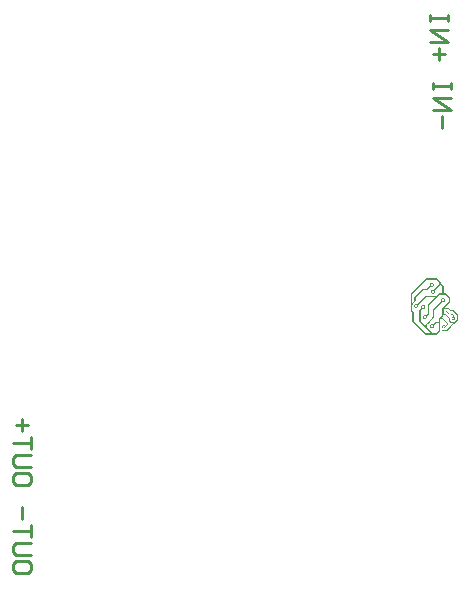
<source format=gbo>
G04*
G04 #@! TF.GenerationSoftware,Altium Limited,Altium Designer,21.6.4 (81)*
G04*
G04 Layer_Color=32896*
%FSLAX44Y44*%
%MOMM*%
G71*
G04*
G04 #@! TF.SameCoordinates,349311D0-8F54-414D-B441-84A76E2CFB74*
G04*
G04*
G04 #@! TF.FilePolarity,Positive*
G04*
G01*
G75*
%ADD13C,0.2540*%
G36*
X354489Y228941D02*
Y233123D01*
X354396D01*
Y233216D01*
X354303D01*
Y233309D01*
X354210D01*
Y233402D01*
X354117D01*
Y233494D01*
X354024D01*
Y233587D01*
X353931D01*
Y233680D01*
X353838D01*
Y233773D01*
X353745D01*
Y233866D01*
X353652D01*
Y233959D01*
X353559D01*
Y234052D01*
X353467D01*
Y234145D01*
X353374D01*
Y234238D01*
X353281D01*
Y234331D01*
X353188D01*
Y234517D01*
X353095D01*
Y249108D01*
X353188D01*
Y249294D01*
X353281D01*
Y249387D01*
X353374D01*
Y249480D01*
X353467D01*
Y249573D01*
X353559D01*
Y249665D01*
X353652D01*
Y249758D01*
X353745D01*
Y249851D01*
X353838D01*
Y249944D01*
X353931D01*
Y250037D01*
X354024D01*
Y250130D01*
X354117D01*
Y250223D01*
X354210D01*
Y250316D01*
X354303D01*
Y250409D01*
X354396D01*
Y250502D01*
X354489D01*
Y250595D01*
X354582D01*
Y250688D01*
X354675D01*
Y250781D01*
X354768D01*
Y250874D01*
X354861D01*
Y250967D01*
X354953D01*
Y251059D01*
X355047D01*
Y251152D01*
X355139D01*
Y251245D01*
X355232D01*
Y251338D01*
X355325D01*
Y251431D01*
X355418D01*
Y251524D01*
X355511D01*
Y251617D01*
X355604D01*
Y251710D01*
X355697D01*
Y251803D01*
X355790D01*
Y251896D01*
X355883D01*
Y251989D01*
X355976D01*
Y252082D01*
X356069D01*
Y252175D01*
X356162D01*
Y252268D01*
X356255D01*
Y252361D01*
X356348D01*
Y252453D01*
X356441D01*
Y252547D01*
X356534D01*
Y252639D01*
X356626D01*
Y252732D01*
X356719D01*
Y252825D01*
X356812D01*
Y252918D01*
X356905D01*
Y253011D01*
X356998D01*
Y253104D01*
X357091D01*
Y253197D01*
X357184D01*
Y253290D01*
X357277D01*
Y253383D01*
X357370D01*
Y253476D01*
X357463D01*
Y253569D01*
X357556D01*
Y253662D01*
X357649D01*
Y253755D01*
X357742D01*
Y253848D01*
X357835D01*
Y253941D01*
X357928D01*
Y254034D01*
X358021D01*
Y254126D01*
X358113D01*
Y254219D01*
X358206D01*
Y254312D01*
X358299D01*
Y254405D01*
X358392D01*
Y254498D01*
X358485D01*
Y254591D01*
X358578D01*
Y254684D01*
X358671D01*
Y254777D01*
X358764D01*
Y254870D01*
X358857D01*
Y254963D01*
X358950D01*
Y255056D01*
X359043D01*
Y255149D01*
X359136D01*
Y255242D01*
X359229D01*
Y255335D01*
X359322D01*
Y255427D01*
X359414D01*
Y255613D01*
X359507D01*
Y255706D01*
X359600D01*
Y255799D01*
X359693D01*
Y255892D01*
X359786D01*
Y255985D01*
X359879D01*
Y256078D01*
X359972D01*
Y256171D01*
X360065D01*
Y256264D01*
X360158D01*
Y256357D01*
X360251D01*
Y256450D01*
X360344D01*
Y256543D01*
X360437D01*
Y256636D01*
X360530D01*
Y256729D01*
X360623D01*
Y256822D01*
X360716D01*
Y256915D01*
X360808D01*
Y257007D01*
X360901D01*
Y257100D01*
X360994D01*
Y257193D01*
X361087D01*
Y257286D01*
X361273D01*
Y257472D01*
X361366D01*
Y257565D01*
X361459D01*
Y257658D01*
X361645D01*
Y257844D01*
X361831D01*
Y258030D01*
X362017D01*
Y258216D01*
X362110D01*
Y258309D01*
X362203D01*
Y258402D01*
X362388D01*
Y258587D01*
X362574D01*
Y258773D01*
X362667D01*
Y258866D01*
X362760D01*
Y258959D01*
X362853D01*
Y259052D01*
X362946D01*
Y259145D01*
X363132D01*
Y259331D01*
X363225D01*
Y259424D01*
X363318D01*
Y259517D01*
X363411D01*
Y259610D01*
X363504D01*
Y259703D01*
X363597D01*
Y259795D01*
X363690D01*
Y259888D01*
X363783D01*
Y259981D01*
X363876D01*
Y260074D01*
X363968D01*
Y260167D01*
X364061D01*
Y260260D01*
X364154D01*
Y260353D01*
X364247D01*
Y260446D01*
X364340D01*
Y260539D01*
X364433D01*
Y260632D01*
X364526D01*
Y260725D01*
X364619D01*
Y260818D01*
X364712D01*
Y260911D01*
X364805D01*
Y261004D01*
X364898D01*
Y261097D01*
X364991D01*
Y261190D01*
X365084D01*
Y261283D01*
X365177D01*
Y261376D01*
X365270D01*
Y261468D01*
X365363D01*
Y261561D01*
X365455D01*
Y261654D01*
X365548D01*
Y261747D01*
X365641D01*
Y261840D01*
X365734D01*
Y261933D01*
X365827D01*
Y262026D01*
X366013D01*
Y262119D01*
X375307D01*
Y262026D01*
X375400D01*
Y261933D01*
X375493D01*
Y261840D01*
X375586D01*
Y261747D01*
X375678D01*
Y261654D01*
X375771D01*
Y261561D01*
X375864D01*
Y261468D01*
X375957D01*
Y261376D01*
X376050D01*
Y261283D01*
X376143D01*
Y261190D01*
X376236D01*
Y261097D01*
X376329D01*
Y261004D01*
X376422D01*
Y260911D01*
X376515D01*
Y260818D01*
X376608D01*
Y260725D01*
X376701D01*
Y260632D01*
X376794D01*
Y260539D01*
X376887D01*
Y260446D01*
X376980D01*
Y260353D01*
X377072D01*
Y260260D01*
X377165D01*
Y260167D01*
X377258D01*
Y260074D01*
X377351D01*
Y259981D01*
X377444D01*
Y259888D01*
X377537D01*
Y259795D01*
X377630D01*
Y259703D01*
X377723D01*
Y259610D01*
X377816D01*
Y259517D01*
X377909D01*
Y259424D01*
X378002D01*
Y259331D01*
X378095D01*
Y259238D01*
X378188D01*
Y259145D01*
X378281D01*
Y259052D01*
X378374D01*
Y258959D01*
X378467D01*
Y258680D01*
X378559D01*
Y257844D01*
X378652D01*
Y257751D01*
X378745D01*
Y257658D01*
X378838D01*
Y257565D01*
X378931D01*
Y257472D01*
X379024D01*
Y257379D01*
X379117D01*
Y257286D01*
X379210D01*
Y257193D01*
X379303D01*
Y257100D01*
X379396D01*
Y257007D01*
X379489D01*
Y256915D01*
X379582D01*
Y256822D01*
X379675D01*
Y256729D01*
X379768D01*
Y256636D01*
X379861D01*
Y256543D01*
X379953D01*
Y256450D01*
X380047D01*
Y256357D01*
X380139D01*
Y256264D01*
X380232D01*
Y256171D01*
X380325D01*
Y256078D01*
X380418D01*
Y255985D01*
X380511D01*
Y255892D01*
X380604D01*
Y255799D01*
X380697D01*
Y255706D01*
X380790D01*
Y255613D01*
X380883D01*
Y255427D01*
X380976D01*
Y249573D01*
X382742D01*
Y249480D01*
X382928D01*
Y249387D01*
X383021D01*
Y249294D01*
X383113D01*
Y249201D01*
X383206D01*
Y249108D01*
X383299D01*
Y248922D01*
X383392D01*
Y248829D01*
X383485D01*
Y248736D01*
X383578D01*
Y248643D01*
X383671D01*
Y248550D01*
X383857D01*
Y248364D01*
X383950D01*
Y248271D01*
X384043D01*
Y248178D01*
X384136D01*
Y248085D01*
X384229D01*
Y247993D01*
X384322D01*
Y247900D01*
X384507D01*
Y247714D01*
X384600D01*
Y247621D01*
X384693D01*
Y247528D01*
X384786D01*
Y247435D01*
X384879D01*
Y247342D01*
X384972D01*
Y247249D01*
X385065D01*
Y247156D01*
X385158D01*
Y247063D01*
X385251D01*
Y246970D01*
X385344D01*
Y246877D01*
X385437D01*
Y246784D01*
X385530D01*
Y246691D01*
X385623D01*
Y246598D01*
X385716D01*
Y246506D01*
X385809D01*
Y246413D01*
X385901D01*
Y246320D01*
X386087D01*
Y246134D01*
X386180D01*
Y246041D01*
X386273D01*
Y245948D01*
X386366D01*
Y242045D01*
X386273D01*
Y241952D01*
X386180D01*
Y241766D01*
X385994D01*
Y241673D01*
X385901D01*
Y241580D01*
X385809D01*
Y241487D01*
X385716D01*
Y241394D01*
X385623D01*
Y241301D01*
X385530D01*
Y241208D01*
X385437D01*
Y241115D01*
X385344D01*
Y241022D01*
X385251D01*
Y240929D01*
X385158D01*
Y240836D01*
X385065D01*
Y240744D01*
X384972D01*
Y240651D01*
X384879D01*
Y240558D01*
X384786D01*
Y240465D01*
X384693D01*
Y240279D01*
X384507D01*
Y240186D01*
X384414D01*
Y240093D01*
X384322D01*
Y240000D01*
X384229D01*
Y239907D01*
X384136D01*
Y239814D01*
X384043D01*
Y239721D01*
X383950D01*
Y239535D01*
X383857D01*
Y239442D01*
X383764D01*
Y239349D01*
X383671D01*
Y239256D01*
X383578D01*
Y239164D01*
X383485D01*
Y239071D01*
X383392D01*
Y238978D01*
X383299D01*
Y238885D01*
X383206D01*
Y238792D01*
X383113D01*
Y238699D01*
X383021D01*
Y238606D01*
X382928D01*
Y238513D01*
X382835D01*
Y238420D01*
X382742D01*
Y238327D01*
X382649D01*
Y238234D01*
X382556D01*
Y238141D01*
X382463D01*
Y238048D01*
X382370D01*
Y237955D01*
X382277D01*
Y237862D01*
X382184D01*
Y237770D01*
X382091D01*
Y237677D01*
X381998D01*
Y237584D01*
X381905D01*
Y237491D01*
X381812D01*
Y237398D01*
X381719D01*
Y237212D01*
X385065D01*
Y237119D01*
X385158D01*
Y237026D01*
X385251D01*
Y236933D01*
X385344D01*
Y236840D01*
X385437D01*
Y236747D01*
X385530D01*
Y236654D01*
X385623D01*
Y236561D01*
X385716D01*
Y236468D01*
X385809D01*
Y236376D01*
X385901D01*
Y236283D01*
X385994D01*
Y236190D01*
X386087D01*
Y236097D01*
X386180D01*
Y236004D01*
X386273D01*
Y235911D01*
X386366D01*
Y235818D01*
X386459D01*
Y235725D01*
X386552D01*
Y235632D01*
X386645D01*
Y235539D01*
X386738D01*
Y235446D01*
X386831D01*
Y235353D01*
X386924D01*
Y235260D01*
X388968D01*
Y235167D01*
X389154D01*
Y235074D01*
X389247D01*
Y234981D01*
X389340D01*
Y234888D01*
X389433D01*
Y234795D01*
X389526D01*
Y234703D01*
X389619D01*
Y234610D01*
X389712D01*
Y234517D01*
X389805D01*
Y234424D01*
X389898D01*
Y234331D01*
X389991D01*
Y234238D01*
X390084D01*
Y234145D01*
X390177D01*
Y234052D01*
X390270D01*
Y233959D01*
X390363D01*
Y233866D01*
X390455D01*
Y233773D01*
X390548D01*
Y233680D01*
X390641D01*
Y233587D01*
X390734D01*
Y233494D01*
X390827D01*
Y233402D01*
X390920D01*
Y233309D01*
X391013D01*
Y233216D01*
X391106D01*
Y233123D01*
X391199D01*
Y233030D01*
X391292D01*
Y232937D01*
X391385D01*
Y232751D01*
X391571D01*
Y232658D01*
X391664D01*
Y232565D01*
X391757D01*
Y232472D01*
X391850D01*
Y232379D01*
X391942D01*
Y232286D01*
X392035D01*
Y232193D01*
X392128D01*
Y232100D01*
X392221D01*
Y232007D01*
X392314D01*
Y231915D01*
X392407D01*
Y231822D01*
X392500D01*
Y231729D01*
X392593D01*
Y231636D01*
X392686D01*
Y231450D01*
X392779D01*
Y226524D01*
X392686D01*
Y226431D01*
X392593D01*
Y226338D01*
X392500D01*
Y226245D01*
X392407D01*
Y226152D01*
X392314D01*
Y226059D01*
X392221D01*
Y225967D01*
X392128D01*
Y225874D01*
X392035D01*
Y225781D01*
X391942D01*
Y225688D01*
X391850D01*
Y225595D01*
X391757D01*
Y225502D01*
X391664D01*
Y225409D01*
X391571D01*
Y225316D01*
X391478D01*
Y225223D01*
X391385D01*
Y225130D01*
X391292D01*
Y225037D01*
X391199D01*
Y224944D01*
X391106D01*
Y224851D01*
X391013D01*
Y224758D01*
X390920D01*
Y224665D01*
X390827D01*
Y224573D01*
X390734D01*
Y224480D01*
X390641D01*
Y224387D01*
X390548D01*
Y224294D01*
X390455D01*
Y224201D01*
X390363D01*
Y224108D01*
X390270D01*
Y224015D01*
X390177D01*
Y223922D01*
X390084D01*
Y223829D01*
X389991D01*
Y223736D01*
X389898D01*
Y223643D01*
X389805D01*
Y223550D01*
X389712D01*
Y223457D01*
X389619D01*
Y223364D01*
X389526D01*
Y223271D01*
X389433D01*
Y223178D01*
X389340D01*
Y223085D01*
X389247D01*
Y222993D01*
X389154D01*
Y222900D01*
X389061D01*
Y222807D01*
X388968D01*
Y222714D01*
X388876D01*
Y222621D01*
X388783D01*
Y222528D01*
X388690D01*
Y222435D01*
X388597D01*
Y222342D01*
X388504D01*
Y222249D01*
X388411D01*
Y222156D01*
X388318D01*
Y222063D01*
X388225D01*
Y221970D01*
X388132D01*
Y221877D01*
X388039D01*
Y221784D01*
X387946D01*
Y221691D01*
X387853D01*
Y221598D01*
X387760D01*
Y221506D01*
X387667D01*
Y221413D01*
X387574D01*
Y221320D01*
X387481D01*
Y221227D01*
X387388D01*
Y221134D01*
X387295D01*
Y221041D01*
X387203D01*
Y220948D01*
X387110D01*
Y220855D01*
X387017D01*
Y220762D01*
X386924D01*
Y220669D01*
X386831D01*
Y220576D01*
X386738D01*
Y220483D01*
X386645D01*
Y220390D01*
X386552D01*
Y220297D01*
X386459D01*
Y220205D01*
X386366D01*
Y220112D01*
X386273D01*
Y220019D01*
X386180D01*
Y219926D01*
X386087D01*
Y219833D01*
X385994D01*
Y219740D01*
X385901D01*
Y219647D01*
X385809D01*
Y219554D01*
X385716D01*
Y219461D01*
X385623D01*
Y219368D01*
X385530D01*
Y219275D01*
X385437D01*
Y219182D01*
X385344D01*
Y219089D01*
X385251D01*
Y218996D01*
X385158D01*
Y218903D01*
X385065D01*
Y218810D01*
X384972D01*
Y218717D01*
X384879D01*
Y218624D01*
X384786D01*
Y218532D01*
X384693D01*
Y218439D01*
X384600D01*
Y218346D01*
X384507D01*
Y218253D01*
X384414D01*
Y218160D01*
X384322D01*
Y218067D01*
X384229D01*
Y217974D01*
X384136D01*
Y217881D01*
X379210D01*
Y217974D01*
X379117D01*
Y218160D01*
X379024D01*
Y218346D01*
X379117D01*
Y218532D01*
X379303D01*
Y218624D01*
X383764D01*
Y218717D01*
X383950D01*
Y218903D01*
X384043D01*
Y218996D01*
X384229D01*
Y219182D01*
X384414D01*
Y219368D01*
X384600D01*
Y219461D01*
X384693D01*
Y219647D01*
X384786D01*
Y219740D01*
X384879D01*
Y219833D01*
X384972D01*
Y219926D01*
X385065D01*
Y220019D01*
X385158D01*
Y220112D01*
X385344D01*
Y220205D01*
X385437D01*
Y220297D01*
X385530D01*
Y220390D01*
X385623D01*
Y220576D01*
X385716D01*
Y220669D01*
X385809D01*
Y220762D01*
X385994D01*
Y220855D01*
X386087D01*
Y220948D01*
X386180D01*
Y221134D01*
X386366D01*
Y221320D01*
X386552D01*
Y221506D01*
X386738D01*
Y221598D01*
X386831D01*
Y221691D01*
X386924D01*
Y221877D01*
X387017D01*
Y221970D01*
X387110D01*
Y222063D01*
X387203D01*
Y222156D01*
X387295D01*
Y222249D01*
X387388D01*
Y222342D01*
X387481D01*
Y222435D01*
X387574D01*
Y222528D01*
X387667D01*
Y222621D01*
X387760D01*
Y222714D01*
X387853D01*
Y222807D01*
X387946D01*
Y222900D01*
X388039D01*
Y222993D01*
X388132D01*
Y223085D01*
X388225D01*
Y223178D01*
X388318D01*
Y223271D01*
X388411D01*
Y223364D01*
X388504D01*
Y223457D01*
X388597D01*
Y223550D01*
X388690D01*
Y223643D01*
X388783D01*
Y223736D01*
X388876D01*
Y223829D01*
X388968D01*
Y223922D01*
X389061D01*
Y224015D01*
X389154D01*
Y224108D01*
X389247D01*
Y224201D01*
X389340D01*
Y224294D01*
X389433D01*
Y224387D01*
X389526D01*
Y224480D01*
X389619D01*
Y224573D01*
X386924D01*
Y224665D01*
X386738D01*
Y224758D01*
X386645D01*
Y224851D01*
X386552D01*
Y224944D01*
X386459D01*
Y225037D01*
X386366D01*
Y225130D01*
X386273D01*
Y225223D01*
X386180D01*
Y225316D01*
X386087D01*
Y225409D01*
X385994D01*
Y225502D01*
X385901D01*
Y225595D01*
X385809D01*
Y225688D01*
X385716D01*
Y225781D01*
X385623D01*
Y225874D01*
X385530D01*
Y225967D01*
X385437D01*
Y226059D01*
X385344D01*
Y226152D01*
X385251D01*
Y226245D01*
X385158D01*
Y228569D01*
X385065D01*
Y228662D01*
X384972D01*
Y228755D01*
X384879D01*
Y228848D01*
X384786D01*
Y228941D01*
X384693D01*
Y229034D01*
X384600D01*
Y229126D01*
X384507D01*
Y229219D01*
X384414D01*
Y229312D01*
X384322D01*
Y229405D01*
X384229D01*
Y229498D01*
X384136D01*
Y229591D01*
X384043D01*
Y229684D01*
X383950D01*
Y229777D01*
X383857D01*
Y229870D01*
X383764D01*
Y229963D01*
X383671D01*
Y230056D01*
X383578D01*
Y230149D01*
X383485D01*
Y230242D01*
X383392D01*
Y230335D01*
X383299D01*
Y230427D01*
X383206D01*
Y230520D01*
X383113D01*
Y230613D01*
X383021D01*
Y230706D01*
X382928D01*
Y230799D01*
X382835D01*
Y230892D01*
X382742D01*
Y230985D01*
X380883D01*
Y230799D01*
X380790D01*
Y230520D01*
X380697D01*
Y230427D01*
X380604D01*
Y230335D01*
X380511D01*
Y230242D01*
X380418D01*
Y230149D01*
X380325D01*
Y230056D01*
X380232D01*
Y229963D01*
X380139D01*
Y229870D01*
X380047D01*
Y229777D01*
X379953D01*
Y229684D01*
X379861D01*
Y229591D01*
X379768D01*
Y229498D01*
X379675D01*
Y229405D01*
X379582D01*
Y229312D01*
X379489D01*
Y229219D01*
X379396D01*
Y229126D01*
X379303D01*
Y229034D01*
X379210D01*
Y228941D01*
X379117D01*
Y228848D01*
X379024D01*
Y228755D01*
X380047D01*
Y228662D01*
X380232D01*
Y228569D01*
X380325D01*
Y228476D01*
X380418D01*
Y228383D01*
X380511D01*
Y228290D01*
X380604D01*
Y228197D01*
X380697D01*
Y228104D01*
X380790D01*
Y228011D01*
X380883D01*
Y227918D01*
X380976D01*
Y227825D01*
X381069D01*
Y227732D01*
X381162D01*
Y227639D01*
X381255D01*
Y227547D01*
X381348D01*
Y227453D01*
X381441D01*
Y227361D01*
X381534D01*
Y227268D01*
X381626D01*
Y227175D01*
X381719D01*
Y227082D01*
X381812D01*
Y226989D01*
X381905D01*
Y226896D01*
X381998D01*
Y226803D01*
X382091D01*
Y226710D01*
X382184D01*
Y226617D01*
X382277D01*
Y226524D01*
X382370D01*
Y226431D01*
X382463D01*
Y226338D01*
X382556D01*
Y226245D01*
X382649D01*
Y226152D01*
X382742D01*
Y226059D01*
X382835D01*
Y225967D01*
X382928D01*
Y225874D01*
X383021D01*
Y225781D01*
X383113D01*
Y225688D01*
X383206D01*
Y225595D01*
X383299D01*
Y225502D01*
X383392D01*
Y225409D01*
X383485D01*
Y225316D01*
X383578D01*
Y225223D01*
X383671D01*
Y225130D01*
X383764D01*
Y225037D01*
X383857D01*
Y224944D01*
X383950D01*
Y224851D01*
X384043D01*
Y224758D01*
X384136D01*
Y224665D01*
X384229D01*
Y224573D01*
X384322D01*
Y222435D01*
X384229D01*
Y222342D01*
X384136D01*
Y222249D01*
X384043D01*
Y222156D01*
X383950D01*
Y222063D01*
X383857D01*
Y221970D01*
X383764D01*
Y221877D01*
X383671D01*
Y221784D01*
X383578D01*
Y221691D01*
X383485D01*
Y221598D01*
X383392D01*
Y221506D01*
X383299D01*
Y221320D01*
X383206D01*
Y221227D01*
X383113D01*
Y221134D01*
X383021D01*
Y221041D01*
X382835D01*
Y220855D01*
X382742D01*
Y220762D01*
X382556D01*
Y220669D01*
X382277D01*
Y220483D01*
X382184D01*
Y220297D01*
X382091D01*
Y220205D01*
X381998D01*
Y220112D01*
X381905D01*
Y220019D01*
X381719D01*
Y219926D01*
X381626D01*
Y219833D01*
X381255D01*
Y219740D01*
X380883D01*
Y219833D01*
X380511D01*
Y219926D01*
X380325D01*
Y220019D01*
X380232D01*
Y220112D01*
X380139D01*
Y220205D01*
X380047D01*
Y220297D01*
X379953D01*
Y220390D01*
X379861D01*
Y220576D01*
X379768D01*
Y220948D01*
X379675D01*
Y221413D01*
X379768D01*
Y221691D01*
X379861D01*
Y221877D01*
X379953D01*
Y221970D01*
X380047D01*
Y222063D01*
X380139D01*
Y222156D01*
X380232D01*
Y222249D01*
X380325D01*
Y222342D01*
X380511D01*
Y222435D01*
X380790D01*
Y222528D01*
X381348D01*
Y222435D01*
X381626D01*
Y222342D01*
X381812D01*
Y222249D01*
X381905D01*
Y222156D01*
X381998D01*
Y222063D01*
X382091D01*
Y221970D01*
X382184D01*
Y221877D01*
X382277D01*
Y221691D01*
X382370D01*
Y221598D01*
X382463D01*
Y221691D01*
X382556D01*
Y221784D01*
X382649D01*
Y221877D01*
X382742D01*
Y221970D01*
X382835D01*
Y222063D01*
X382928D01*
Y222156D01*
X383021D01*
Y222249D01*
X383113D01*
Y222342D01*
X383206D01*
Y222435D01*
X383299D01*
Y222621D01*
X383485D01*
Y222807D01*
X383578D01*
Y224201D01*
X383485D01*
Y224294D01*
X383392D01*
Y224387D01*
X383299D01*
Y224480D01*
X383206D01*
Y224573D01*
X383113D01*
Y224665D01*
X383021D01*
Y224758D01*
X382928D01*
Y224851D01*
X382835D01*
Y224944D01*
X382742D01*
Y225037D01*
X382649D01*
Y225130D01*
X382556D01*
Y225223D01*
X382463D01*
Y225316D01*
X382370D01*
Y225409D01*
X382277D01*
Y225502D01*
X382184D01*
Y225595D01*
X382091D01*
Y225688D01*
X381998D01*
Y225781D01*
X381905D01*
Y225874D01*
X381812D01*
Y225967D01*
X381719D01*
Y226059D01*
X381626D01*
Y226152D01*
X381534D01*
Y226245D01*
X381441D01*
Y226338D01*
X381348D01*
Y226431D01*
X381255D01*
Y226524D01*
X381162D01*
Y226710D01*
X381069D01*
Y226803D01*
X380883D01*
Y226896D01*
X380790D01*
Y226989D01*
X380697D01*
Y227175D01*
X380511D01*
Y227268D01*
X380418D01*
Y227361D01*
X380325D01*
Y227453D01*
X380232D01*
Y227639D01*
X380047D01*
Y227732D01*
X379953D01*
Y227825D01*
X379861D01*
Y227918D01*
X378095D01*
Y217323D01*
X378002D01*
Y217138D01*
X377909D01*
Y217045D01*
X377816D01*
Y216952D01*
X377723D01*
Y216859D01*
X377630D01*
Y216766D01*
X377537D01*
Y216673D01*
X377444D01*
Y216580D01*
X377351D01*
Y216487D01*
X377258D01*
Y216394D01*
X377165D01*
Y216301D01*
X377072D01*
Y216208D01*
X376980D01*
Y216115D01*
X376887D01*
Y216022D01*
X376794D01*
Y215929D01*
X376701D01*
Y215836D01*
X376608D01*
Y215744D01*
X376515D01*
Y215651D01*
X376422D01*
Y215558D01*
X376329D01*
Y215465D01*
X376236D01*
Y215372D01*
X376143D01*
Y215279D01*
X376050D01*
Y215186D01*
X375957D01*
Y215093D01*
X375864D01*
Y215000D01*
X375771D01*
Y214907D01*
X375678D01*
Y214814D01*
X375586D01*
Y214721D01*
X375493D01*
Y214628D01*
X375400D01*
Y214535D01*
X375307D01*
Y214442D01*
X365177D01*
Y214535D01*
X364991D01*
Y214628D01*
X364898D01*
Y214814D01*
X364712D01*
Y214907D01*
X364619D01*
Y215000D01*
X364526D01*
Y215093D01*
X364433D01*
Y215186D01*
X364340D01*
Y215279D01*
X364247D01*
Y215372D01*
X364154D01*
Y215465D01*
X364061D01*
Y215558D01*
X363968D01*
Y215651D01*
X363876D01*
Y215744D01*
X363783D01*
Y215836D01*
X363690D01*
Y215929D01*
X363597D01*
Y216022D01*
X363504D01*
Y216115D01*
X363411D01*
Y216208D01*
X363318D01*
Y216301D01*
X363225D01*
Y216394D01*
X363132D01*
Y216487D01*
X363039D01*
Y216580D01*
X362946D01*
Y216673D01*
X362853D01*
Y216766D01*
X362760D01*
Y216859D01*
X362667D01*
Y217045D01*
X362481D01*
Y217138D01*
X362388D01*
Y217230D01*
X362295D01*
Y217323D01*
X362203D01*
Y217416D01*
X362110D01*
Y217509D01*
X362017D01*
Y217602D01*
X361924D01*
Y217695D01*
X361831D01*
Y217788D01*
X361738D01*
Y217881D01*
X361645D01*
Y217974D01*
X361552D01*
Y218067D01*
X361459D01*
Y218160D01*
X361366D01*
Y218253D01*
X361273D01*
Y218346D01*
X361180D01*
Y218439D01*
X361087D01*
Y218532D01*
X360994D01*
Y218624D01*
X360901D01*
Y218717D01*
X360808D01*
Y218903D01*
X360623D01*
Y219089D01*
X360530D01*
Y219182D01*
X360437D01*
Y219275D01*
X360344D01*
Y219368D01*
X360251D01*
Y219461D01*
X360158D01*
Y219554D01*
X360065D01*
Y219647D01*
X359972D01*
Y219740D01*
X359879D01*
Y219833D01*
X359786D01*
Y219926D01*
X359693D01*
Y220019D01*
X359600D01*
Y220112D01*
X359507D01*
Y220205D01*
X359414D01*
Y220297D01*
X359322D01*
Y220390D01*
X359229D01*
Y220483D01*
X359136D01*
Y220576D01*
X359043D01*
Y220669D01*
X358950D01*
Y220762D01*
X358857D01*
Y220855D01*
X358764D01*
Y220948D01*
X358671D01*
Y221041D01*
X358578D01*
Y221134D01*
X358485D01*
Y221227D01*
X358392D01*
Y221320D01*
X358299D01*
Y221413D01*
X358206D01*
Y221506D01*
X358113D01*
Y221598D01*
X358021D01*
Y221691D01*
X357928D01*
Y221784D01*
X357835D01*
Y221877D01*
X357742D01*
Y221970D01*
X357649D01*
Y222063D01*
X357556D01*
Y222156D01*
X357463D01*
Y222249D01*
X357370D01*
Y222342D01*
X357277D01*
Y222435D01*
X357184D01*
Y222528D01*
X357091D01*
Y222621D01*
X356998D01*
Y222714D01*
X356905D01*
Y222807D01*
X356812D01*
Y222900D01*
X356719D01*
Y222993D01*
X356626D01*
Y223085D01*
X356534D01*
Y223178D01*
X356441D01*
Y223271D01*
X356348D01*
Y223364D01*
X356255D01*
Y223457D01*
X356162D01*
Y223550D01*
X356069D01*
Y223643D01*
X355976D01*
Y223736D01*
X355883D01*
Y223829D01*
X355790D01*
Y223922D01*
X355697D01*
Y224015D01*
X355604D01*
Y224108D01*
X355511D01*
Y224201D01*
X355418D01*
Y224294D01*
X355325D01*
Y224387D01*
X355232D01*
Y224480D01*
X355139D01*
Y224573D01*
X355047D01*
Y224665D01*
X354953D01*
Y224758D01*
X354861D01*
Y224851D01*
X354768D01*
Y224944D01*
X354675D01*
Y225037D01*
X354582D01*
Y225223D01*
X354489D01*
Y228848D01*
Y228941D01*
D02*
G37*
%LPC*%
G36*
X367314Y232286D02*
X367407D01*
Y232379D01*
X367500D01*
Y240000D01*
X367593D01*
Y240186D01*
X367686D01*
Y240279D01*
X367779D01*
Y240372D01*
X367872D01*
Y240465D01*
X367965D01*
Y240558D01*
X368058D01*
Y240651D01*
X368151D01*
Y240744D01*
X368243D01*
Y240836D01*
X368336D01*
Y240929D01*
X368429D01*
Y241022D01*
X368522D01*
Y241115D01*
X368615D01*
Y241208D01*
X368708D01*
Y241301D01*
X368801D01*
Y241394D01*
X368894D01*
Y241487D01*
X368987D01*
Y241580D01*
X369080D01*
Y241673D01*
X369173D01*
Y241766D01*
X369266D01*
Y241859D01*
X369359D01*
Y241952D01*
X369452D01*
Y242045D01*
X369545D01*
Y242138D01*
X369638D01*
Y242230D01*
X369730D01*
Y242323D01*
X369823D01*
Y242416D01*
X369916D01*
Y242509D01*
X370009D01*
Y242602D01*
X370102D01*
Y242695D01*
X370195D01*
Y242788D01*
X370288D01*
Y242881D01*
X370381D01*
Y242974D01*
X370474D01*
Y243067D01*
X370567D01*
Y243160D01*
X370660D01*
Y243253D01*
X370753D01*
Y243346D01*
X370846D01*
Y243439D01*
X370939D01*
Y243532D01*
X371032D01*
Y243624D01*
X371125D01*
Y243717D01*
X371217D01*
Y243810D01*
X371310D01*
Y243903D01*
X371403D01*
Y243996D01*
X371496D01*
Y244089D01*
X371589D01*
Y244182D01*
X371682D01*
Y244275D01*
X371775D01*
Y244368D01*
X371868D01*
Y244461D01*
X371961D01*
Y244554D01*
X372054D01*
Y244647D01*
X372147D01*
Y244740D01*
X372240D01*
Y244833D01*
X372333D01*
Y244926D01*
X372426D01*
Y245019D01*
X372519D01*
Y245112D01*
X372612D01*
Y245205D01*
X372705D01*
Y245297D01*
X372797D01*
Y245390D01*
X372890D01*
Y245483D01*
X372983D01*
Y245576D01*
X373076D01*
Y245669D01*
X373169D01*
Y245762D01*
X373262D01*
Y245948D01*
X365734D01*
Y245855D01*
X365641D01*
Y245762D01*
X365455D01*
Y245576D01*
X365363D01*
Y245483D01*
X365270D01*
Y245390D01*
X365177D01*
Y245297D01*
X364991D01*
Y245205D01*
X364898D01*
Y245112D01*
X364805D01*
Y245019D01*
X364712D01*
Y244926D01*
X364619D01*
Y244740D01*
X364526D01*
Y244647D01*
X364433D01*
Y244554D01*
X364340D01*
Y244461D01*
X364247D01*
Y244368D01*
X364154D01*
Y244275D01*
X364061D01*
Y244182D01*
X363968D01*
Y244089D01*
X363876D01*
Y243996D01*
X363783D01*
Y243903D01*
X363690D01*
Y243810D01*
X363597D01*
Y243717D01*
X363504D01*
Y243624D01*
X363411D01*
Y243532D01*
X363318D01*
Y243439D01*
X363225D01*
Y243346D01*
X363132D01*
Y243253D01*
X363039D01*
Y243160D01*
X362946D01*
Y243067D01*
X362853D01*
Y242974D01*
X362760D01*
Y242881D01*
X362667D01*
Y242788D01*
X362574D01*
Y242695D01*
X362481D01*
Y242602D01*
X362388D01*
Y242509D01*
X362295D01*
Y242416D01*
X362203D01*
Y242323D01*
X362110D01*
Y242230D01*
X362017D01*
Y242138D01*
X361924D01*
Y242045D01*
X361831D01*
Y241952D01*
X361738D01*
Y241859D01*
X361645D01*
Y241766D01*
X361552D01*
Y241673D01*
X361459D01*
Y241580D01*
X361366D01*
Y241487D01*
X361273D01*
Y241394D01*
X361180D01*
Y241301D01*
X361087D01*
Y241208D01*
X360994D01*
Y241115D01*
X360901D01*
Y241022D01*
X360808D01*
Y240929D01*
X360716D01*
Y240836D01*
X360623D01*
Y240744D01*
X360530D01*
Y240651D01*
X360437D01*
Y240558D01*
X360344D01*
Y240465D01*
X360251D01*
Y240372D01*
X360158D01*
Y240279D01*
X360065D01*
Y240186D01*
X359972D01*
Y240093D01*
X359879D01*
Y240000D01*
X359786D01*
Y239907D01*
X359693D01*
Y239814D01*
X359600D01*
Y239721D01*
X359507D01*
Y239628D01*
X359414D01*
Y239535D01*
X359322D01*
Y239442D01*
X359229D01*
Y238978D01*
X359322D01*
Y238420D01*
X359229D01*
Y238141D01*
X359136D01*
Y237862D01*
X359043D01*
Y237677D01*
X358950D01*
Y237584D01*
X358857D01*
Y237491D01*
X358764D01*
Y237398D01*
X358671D01*
Y237305D01*
X358485D01*
Y237212D01*
X358392D01*
Y237119D01*
X358113D01*
Y237026D01*
X357649D01*
Y236933D01*
X357463D01*
Y237026D01*
X356998D01*
Y237119D01*
X356812D01*
Y237212D01*
X356626D01*
Y237305D01*
X356534D01*
Y237398D01*
X356441D01*
Y237491D01*
X356348D01*
Y237584D01*
X356255D01*
Y237677D01*
X356162D01*
Y237862D01*
X356069D01*
Y237955D01*
X355976D01*
Y238234D01*
X355883D01*
Y239164D01*
X355976D01*
Y239442D01*
X356069D01*
Y239628D01*
X356162D01*
Y239721D01*
X356255D01*
Y239814D01*
X356348D01*
Y239907D01*
X356441D01*
Y240000D01*
X356534D01*
Y240093D01*
X356626D01*
Y240186D01*
X356812D01*
Y240279D01*
X356998D01*
Y240372D01*
X357370D01*
Y240465D01*
X357835D01*
Y240372D01*
X358206D01*
Y240279D01*
X358578D01*
Y240465D01*
X358671D01*
Y240558D01*
X358764D01*
Y240651D01*
X358857D01*
Y240744D01*
X358950D01*
Y240836D01*
X359043D01*
Y240929D01*
X359136D01*
Y241022D01*
X359229D01*
Y241115D01*
X359322D01*
Y241208D01*
X359414D01*
Y241301D01*
X359507D01*
Y241394D01*
X359600D01*
Y241487D01*
X359693D01*
Y241580D01*
X359786D01*
Y241673D01*
X359879D01*
Y241766D01*
X359972D01*
Y241859D01*
X360065D01*
Y241952D01*
X360158D01*
Y242045D01*
X360251D01*
Y242138D01*
X360344D01*
Y242230D01*
X360437D01*
Y242323D01*
X360530D01*
Y242416D01*
X360623D01*
Y242509D01*
X360716D01*
Y242602D01*
X360808D01*
Y242695D01*
X360901D01*
Y242788D01*
X360994D01*
Y242881D01*
X361087D01*
Y242974D01*
X361180D01*
Y243067D01*
X361273D01*
Y243160D01*
X361366D01*
Y243253D01*
X361459D01*
Y243346D01*
X361552D01*
Y243439D01*
X361645D01*
Y243532D01*
X361738D01*
Y243624D01*
X361831D01*
Y243717D01*
X361924D01*
Y243810D01*
X362017D01*
Y243903D01*
X362110D01*
Y243996D01*
X362203D01*
Y244089D01*
X362295D01*
Y244182D01*
X362388D01*
Y244275D01*
X362481D01*
Y244368D01*
X362574D01*
Y244461D01*
X362667D01*
Y244554D01*
X362760D01*
Y244647D01*
X362853D01*
Y244740D01*
X362946D01*
Y244833D01*
X363039D01*
Y244926D01*
X363132D01*
Y245019D01*
X363225D01*
Y245112D01*
X363318D01*
Y245205D01*
X363411D01*
Y245297D01*
X363504D01*
Y245390D01*
X363597D01*
Y245483D01*
X363690D01*
Y245576D01*
X363783D01*
Y245669D01*
X363876D01*
Y245762D01*
X363968D01*
Y245855D01*
X364061D01*
Y245948D01*
X364154D01*
Y246041D01*
X364247D01*
Y246134D01*
X364340D01*
Y246227D01*
X364433D01*
Y246320D01*
X364526D01*
Y246413D01*
X364619D01*
Y246506D01*
X364712D01*
Y246598D01*
X364805D01*
Y246691D01*
X364898D01*
Y246784D01*
X364991D01*
Y246877D01*
X365084D01*
Y246970D01*
X365270D01*
Y247063D01*
X374563D01*
Y247156D01*
X374656D01*
Y247249D01*
X374749D01*
Y247342D01*
X374842D01*
Y247435D01*
X374935D01*
Y247528D01*
X375028D01*
Y247621D01*
X375121D01*
Y247714D01*
X375214D01*
Y247807D01*
X375307D01*
Y247900D01*
X375400D01*
Y247993D01*
X375493D01*
Y248085D01*
X375586D01*
Y248178D01*
X375678D01*
Y248271D01*
X375771D01*
Y248364D01*
X375864D01*
Y248457D01*
X375957D01*
Y248550D01*
X376050D01*
Y248643D01*
X376143D01*
Y248736D01*
X376236D01*
Y248829D01*
X376329D01*
Y248922D01*
X376422D01*
Y249015D01*
X376515D01*
Y249108D01*
X376608D01*
Y249201D01*
X376701D01*
Y249294D01*
X376794D01*
Y249387D01*
X376887D01*
Y249480D01*
X376980D01*
Y249573D01*
X379861D01*
Y254963D01*
X379768D01*
Y255056D01*
X379675D01*
Y255149D01*
X379582D01*
Y255242D01*
X379489D01*
Y255335D01*
X379396D01*
Y255427D01*
X379303D01*
Y255520D01*
X379210D01*
Y255613D01*
X379117D01*
Y255706D01*
X379024D01*
Y255799D01*
X378931D01*
Y255892D01*
X378838D01*
Y255985D01*
X378745D01*
Y256078D01*
X378652D01*
Y256264D01*
X378559D01*
Y256357D01*
X378467D01*
Y256450D01*
X378374D01*
Y256357D01*
X378281D01*
Y256264D01*
X378188D01*
Y256171D01*
X378095D01*
Y256078D01*
X378002D01*
Y255985D01*
X377909D01*
Y255892D01*
X377816D01*
Y255799D01*
X377723D01*
Y255706D01*
X377630D01*
Y255613D01*
X377537D01*
Y255520D01*
X377444D01*
Y255427D01*
X377351D01*
Y255335D01*
X377258D01*
Y255242D01*
X377165D01*
Y255149D01*
X377072D01*
Y255056D01*
X376980D01*
Y254963D01*
X376887D01*
Y254870D01*
X376794D01*
Y254777D01*
X376701D01*
Y254684D01*
X376608D01*
Y254591D01*
X376515D01*
Y254498D01*
X376422D01*
Y254405D01*
X376329D01*
Y254312D01*
X376236D01*
Y254219D01*
X376143D01*
Y254126D01*
X376050D01*
Y254034D01*
X375957D01*
Y253941D01*
X375864D01*
Y253848D01*
X375771D01*
Y253755D01*
X375678D01*
Y253662D01*
X375586D01*
Y253569D01*
X375493D01*
Y253476D01*
X375400D01*
Y253383D01*
X375307D01*
Y253290D01*
X375214D01*
Y253197D01*
X375121D01*
Y253104D01*
X375028D01*
Y253011D01*
X374935D01*
Y252918D01*
X374842D01*
Y252825D01*
X374749D01*
Y252732D01*
X374656D01*
Y252639D01*
X374563D01*
Y252547D01*
X374470D01*
Y252453D01*
X374377D01*
Y252361D01*
X374284D01*
Y252268D01*
X374192D01*
Y252082D01*
X374006D01*
Y251989D01*
X373913D01*
Y251896D01*
X373820D01*
Y251803D01*
X373727D01*
Y251710D01*
X373634D01*
Y251617D01*
X373541D01*
Y251524D01*
X373448D01*
Y251338D01*
X373541D01*
Y250967D01*
X373634D01*
Y250595D01*
X373541D01*
Y250223D01*
X373448D01*
Y249944D01*
X373355D01*
Y249851D01*
X373262D01*
Y249665D01*
X373169D01*
Y249573D01*
X373076D01*
Y249480D01*
X372983D01*
Y249387D01*
X372797D01*
Y249294D01*
X372612D01*
Y249201D01*
X372426D01*
Y249108D01*
X371961D01*
Y249015D01*
X371775D01*
Y249108D01*
X371310D01*
Y249201D01*
X371125D01*
Y249294D01*
X370939D01*
Y249387D01*
X370846D01*
Y249480D01*
X370753D01*
Y249573D01*
X370660D01*
Y249665D01*
X370567D01*
Y249758D01*
X370474D01*
Y249851D01*
X370381D01*
Y250037D01*
X370288D01*
Y250316D01*
X370195D01*
Y251245D01*
X370288D01*
Y251524D01*
X370381D01*
Y251710D01*
X370474D01*
Y251803D01*
X370567D01*
Y251989D01*
X370660D01*
Y252082D01*
X370846D01*
Y252175D01*
X370939D01*
Y252268D01*
X371125D01*
Y252361D01*
X371310D01*
Y252453D01*
X371682D01*
Y252547D01*
X372147D01*
Y252453D01*
X372519D01*
Y252361D01*
X372797D01*
Y252453D01*
X372890D01*
Y252547D01*
X372983D01*
Y252639D01*
X373076D01*
Y252732D01*
X373169D01*
Y252825D01*
X373262D01*
Y252918D01*
X373355D01*
Y253011D01*
X373448D01*
Y253104D01*
X373541D01*
Y253197D01*
X373634D01*
Y253290D01*
X373727D01*
Y253383D01*
X373820D01*
Y253476D01*
X373913D01*
Y253569D01*
X374006D01*
Y253662D01*
X374099D01*
Y253755D01*
X374192D01*
Y253848D01*
X374284D01*
Y253941D01*
X374377D01*
Y254034D01*
X374470D01*
Y254126D01*
X374563D01*
Y254219D01*
X374656D01*
Y254312D01*
X374749D01*
Y254405D01*
X374842D01*
Y254498D01*
X374935D01*
Y254591D01*
X375028D01*
Y254684D01*
X375121D01*
Y254777D01*
X375214D01*
Y254870D01*
X375307D01*
Y254963D01*
X375400D01*
Y255056D01*
X375493D01*
Y255149D01*
X375586D01*
Y255242D01*
X375678D01*
Y255335D01*
X375771D01*
Y255427D01*
X375864D01*
Y255520D01*
X375957D01*
Y255613D01*
X376050D01*
Y255706D01*
X376143D01*
Y255799D01*
X376236D01*
Y255892D01*
X376329D01*
Y255985D01*
X376422D01*
Y256078D01*
X376515D01*
Y256171D01*
X376608D01*
Y256264D01*
X376701D01*
Y256357D01*
X376794D01*
Y256450D01*
X376887D01*
Y256543D01*
X376980D01*
Y256636D01*
X377072D01*
Y256729D01*
X377165D01*
Y256822D01*
X377258D01*
Y256915D01*
X377351D01*
Y258402D01*
X377258D01*
Y258494D01*
X377165D01*
Y258587D01*
X377072D01*
Y258680D01*
X376980D01*
Y258773D01*
X376887D01*
Y258866D01*
X376794D01*
Y258959D01*
X376701D01*
Y259052D01*
X376608D01*
Y259145D01*
X376515D01*
Y259238D01*
X376422D01*
Y259331D01*
X376329D01*
Y259424D01*
X376236D01*
Y259517D01*
X376143D01*
Y259610D01*
X376050D01*
Y259703D01*
X375957D01*
Y259888D01*
X375864D01*
Y259981D01*
X375771D01*
Y260074D01*
X375678D01*
Y260167D01*
X375586D01*
Y260260D01*
X375493D01*
Y260353D01*
X375400D01*
Y260446D01*
X375307D01*
Y260539D01*
X375214D01*
Y260632D01*
X375121D01*
Y260725D01*
X375028D01*
Y260818D01*
X374935D01*
Y260911D01*
X374842D01*
Y261004D01*
X366478D01*
Y260911D01*
X366385D01*
Y260818D01*
X366292D01*
Y260725D01*
X366199D01*
Y260632D01*
X366106D01*
Y260539D01*
X366013D01*
Y260446D01*
X365920D01*
Y260353D01*
X365827D01*
Y260260D01*
X365734D01*
Y260167D01*
X365641D01*
Y260074D01*
X365548D01*
Y259981D01*
X365455D01*
Y259888D01*
X365363D01*
Y259795D01*
X365270D01*
Y259703D01*
X365177D01*
Y259610D01*
X365084D01*
Y259517D01*
X364991D01*
Y259424D01*
X364898D01*
Y259331D01*
X364805D01*
Y259238D01*
X364712D01*
Y259145D01*
X364619D01*
Y259052D01*
X364526D01*
Y258959D01*
X364433D01*
Y258866D01*
X364340D01*
Y258773D01*
X364247D01*
Y258680D01*
X364154D01*
Y258587D01*
X364061D01*
Y258494D01*
X363968D01*
Y258402D01*
X363876D01*
Y258309D01*
X363783D01*
Y258216D01*
X363690D01*
Y258123D01*
X363597D01*
Y258030D01*
X363504D01*
Y257937D01*
X363411D01*
Y257844D01*
X363318D01*
Y257751D01*
X363225D01*
Y257658D01*
X363132D01*
Y257565D01*
X363039D01*
Y257472D01*
X362946D01*
Y257379D01*
X362853D01*
Y257286D01*
X362760D01*
Y257193D01*
X362667D01*
Y257100D01*
X362574D01*
Y257007D01*
X362481D01*
Y256915D01*
X362388D01*
Y256822D01*
X362295D01*
Y256729D01*
X362203D01*
Y256636D01*
X362110D01*
Y256543D01*
X362017D01*
Y256450D01*
X361924D01*
Y256357D01*
X361831D01*
Y256264D01*
X361738D01*
Y256171D01*
X361645D01*
Y256078D01*
X361552D01*
Y255985D01*
X361459D01*
Y255892D01*
X361366D01*
Y255799D01*
X361273D01*
Y255706D01*
X361180D01*
Y255613D01*
X361087D01*
Y255520D01*
X360994D01*
Y255427D01*
X360901D01*
Y255335D01*
X360808D01*
Y255242D01*
X360716D01*
Y255149D01*
X360623D01*
Y255056D01*
X360530D01*
Y254963D01*
X360437D01*
Y254870D01*
X360344D01*
Y254777D01*
X360251D01*
Y254684D01*
X360158D01*
Y254591D01*
X360065D01*
Y254498D01*
X359972D01*
Y254405D01*
X359879D01*
Y254312D01*
X359786D01*
Y254219D01*
X359693D01*
Y254126D01*
X359600D01*
Y254034D01*
X359507D01*
Y253941D01*
X359414D01*
Y253848D01*
X359322D01*
Y253755D01*
X359229D01*
Y253662D01*
X359136D01*
Y253569D01*
X359043D01*
Y253476D01*
X358950D01*
Y253383D01*
X358857D01*
Y253290D01*
X358764D01*
Y253197D01*
X358671D01*
Y253104D01*
X358578D01*
Y253011D01*
X358485D01*
Y252918D01*
X358392D01*
Y252825D01*
X358299D01*
Y252732D01*
X358206D01*
Y252639D01*
X358113D01*
Y252547D01*
X358021D01*
Y252453D01*
X357928D01*
Y252361D01*
X357835D01*
Y252268D01*
X357742D01*
Y252175D01*
X357649D01*
Y252082D01*
X357556D01*
Y251989D01*
X357463D01*
Y251896D01*
X357370D01*
Y251803D01*
X357277D01*
Y251710D01*
X357184D01*
Y251617D01*
X357091D01*
Y251524D01*
X356998D01*
Y251431D01*
X356905D01*
Y251338D01*
X356812D01*
Y251245D01*
X356719D01*
Y251152D01*
X356626D01*
Y251059D01*
X356534D01*
Y250967D01*
X356441D01*
Y250874D01*
X356348D01*
Y250781D01*
X356255D01*
Y250688D01*
X356162D01*
Y250595D01*
X356069D01*
Y250502D01*
X355976D01*
Y250409D01*
X355883D01*
Y250316D01*
X355790D01*
Y250223D01*
X355697D01*
Y250130D01*
X355604D01*
Y250037D01*
X355511D01*
Y249944D01*
X355418D01*
Y249851D01*
X355325D01*
Y249758D01*
X355232D01*
Y249665D01*
X355139D01*
Y249573D01*
X355047D01*
Y249480D01*
X354953D01*
Y249387D01*
X354861D01*
Y249294D01*
X354768D01*
Y249201D01*
X354675D01*
Y249108D01*
X354582D01*
Y249015D01*
X354489D01*
Y248922D01*
X354396D01*
Y248829D01*
X354303D01*
Y248643D01*
X354210D01*
Y241487D01*
X354396D01*
Y241580D01*
X354489D01*
Y241673D01*
X354582D01*
Y241766D01*
X354675D01*
Y241859D01*
X354768D01*
Y241952D01*
X354861D01*
Y242045D01*
X354953D01*
Y242138D01*
X355047D01*
Y242230D01*
X355139D01*
Y242323D01*
X355232D01*
Y242416D01*
X355325D01*
Y242509D01*
X355418D01*
Y242602D01*
X355511D01*
Y242695D01*
X355604D01*
Y242788D01*
X355697D01*
Y242881D01*
X355790D01*
Y242974D01*
X355883D01*
Y243067D01*
X355976D01*
Y243160D01*
X356069D01*
Y243253D01*
X356162D01*
Y243346D01*
X356255D01*
Y245948D01*
X356348D01*
Y246134D01*
X356441D01*
Y246227D01*
X356534D01*
Y246320D01*
X356626D01*
Y246413D01*
X356719D01*
Y246506D01*
X356812D01*
Y246598D01*
X356905D01*
Y246691D01*
X356998D01*
Y246784D01*
X357091D01*
Y246877D01*
X357184D01*
Y246970D01*
X357277D01*
Y247063D01*
X357370D01*
Y247156D01*
X357463D01*
Y247249D01*
X357556D01*
Y247342D01*
X357649D01*
Y247435D01*
X357742D01*
Y247528D01*
X357835D01*
Y247621D01*
X357928D01*
Y247714D01*
X358021D01*
Y247807D01*
X358113D01*
Y247900D01*
X358206D01*
Y247993D01*
X358299D01*
Y248085D01*
X358392D01*
Y248178D01*
X358485D01*
Y248271D01*
X358578D01*
Y248364D01*
X358671D01*
Y248457D01*
X358764D01*
Y248550D01*
X358857D01*
Y248643D01*
X358950D01*
Y248736D01*
X359043D01*
Y248829D01*
X359136D01*
Y248922D01*
X359229D01*
Y249015D01*
X359322D01*
Y249108D01*
X359414D01*
Y249201D01*
X359507D01*
Y249294D01*
X359600D01*
Y249387D01*
X359693D01*
Y249480D01*
X359786D01*
Y249573D01*
X359879D01*
Y249665D01*
X359972D01*
Y249758D01*
X360065D01*
Y249851D01*
X360158D01*
Y249944D01*
X360251D01*
Y250037D01*
X360344D01*
Y250130D01*
X360437D01*
Y250223D01*
X360530D01*
Y250316D01*
X360623D01*
Y250409D01*
X360716D01*
Y250502D01*
X360808D01*
Y250595D01*
X360901D01*
Y250688D01*
X360994D01*
Y250781D01*
X361087D01*
Y250874D01*
X361180D01*
Y250967D01*
X361273D01*
Y251059D01*
X361366D01*
Y251152D01*
X361459D01*
Y251245D01*
X361552D01*
Y251338D01*
X361645D01*
Y251431D01*
X361738D01*
Y251524D01*
X361831D01*
Y251617D01*
X361924D01*
Y251710D01*
X362017D01*
Y251803D01*
X362110D01*
Y251896D01*
X362203D01*
Y251989D01*
X362295D01*
Y252082D01*
X362388D01*
Y252175D01*
X362481D01*
Y252268D01*
X362574D01*
Y252361D01*
X362667D01*
Y252453D01*
X362760D01*
Y252547D01*
X362853D01*
Y252639D01*
X362946D01*
Y252732D01*
X363039D01*
Y252825D01*
X363132D01*
Y252918D01*
X363225D01*
Y253011D01*
X363318D01*
Y253104D01*
X363411D01*
Y253197D01*
X363504D01*
Y253290D01*
X363597D01*
Y253383D01*
X366942D01*
Y253476D01*
X367035D01*
Y253569D01*
X367128D01*
Y253662D01*
X367221D01*
Y253755D01*
X367314D01*
Y253848D01*
X367407D01*
Y253941D01*
X367500D01*
Y254034D01*
X367593D01*
Y254126D01*
X367686D01*
Y254219D01*
X367779D01*
Y254312D01*
X367872D01*
Y254405D01*
X367965D01*
Y254498D01*
X368058D01*
Y254591D01*
X368151D01*
Y254684D01*
X368243D01*
Y254777D01*
X368336D01*
Y254870D01*
X368429D01*
Y254963D01*
X368522D01*
Y255056D01*
X368615D01*
Y255149D01*
X368708D01*
Y255242D01*
X368801D01*
Y255335D01*
X368894D01*
Y255427D01*
X368987D01*
Y255520D01*
X369080D01*
Y255613D01*
X369173D01*
Y255706D01*
X369266D01*
Y255799D01*
X369359D01*
Y255985D01*
X369266D01*
Y256264D01*
X369173D01*
Y257007D01*
X369266D01*
Y257379D01*
X369359D01*
Y257472D01*
X369452D01*
Y257658D01*
X369545D01*
Y257751D01*
X369638D01*
Y257844D01*
X369730D01*
Y257937D01*
X369823D01*
Y258030D01*
X369916D01*
Y258123D01*
X370102D01*
Y258216D01*
X370381D01*
Y258309D01*
X370846D01*
Y258402D01*
X370939D01*
Y258309D01*
X371496D01*
Y258216D01*
X371682D01*
Y258123D01*
X371775D01*
Y258030D01*
X371961D01*
Y257937D01*
X372054D01*
Y257844D01*
X372147D01*
Y257751D01*
X372240D01*
Y257658D01*
X372333D01*
Y257472D01*
X372426D01*
Y257286D01*
X372519D01*
Y256915D01*
X372612D01*
Y256357D01*
X372519D01*
Y255985D01*
X372426D01*
Y255799D01*
X372333D01*
Y255613D01*
X372240D01*
Y255520D01*
X372147D01*
Y255427D01*
X372054D01*
Y255335D01*
X371961D01*
Y255242D01*
X371775D01*
Y255149D01*
X371682D01*
Y255056D01*
X371496D01*
Y254963D01*
X371032D01*
Y254870D01*
X370753D01*
Y254963D01*
X370288D01*
Y255056D01*
X370195D01*
Y254963D01*
X370102D01*
Y254870D01*
X370009D01*
Y254777D01*
X369916D01*
Y254684D01*
X369823D01*
Y254591D01*
X369730D01*
Y254498D01*
X369638D01*
Y254405D01*
X369545D01*
Y254312D01*
X369452D01*
Y254219D01*
X369359D01*
Y254126D01*
X369266D01*
Y254034D01*
X369173D01*
Y253941D01*
X369080D01*
Y253848D01*
X368987D01*
Y253755D01*
X368894D01*
Y253662D01*
X368801D01*
Y253569D01*
X368708D01*
Y253476D01*
X368615D01*
Y253383D01*
X368522D01*
Y253290D01*
X368429D01*
Y253197D01*
X368336D01*
Y253104D01*
X368151D01*
Y252918D01*
X368058D01*
Y252825D01*
X367965D01*
Y252732D01*
X367872D01*
Y252639D01*
X367779D01*
Y252547D01*
X367686D01*
Y252453D01*
X367593D01*
Y252361D01*
X367407D01*
Y252268D01*
X364061D01*
Y252175D01*
X363968D01*
Y252082D01*
X363876D01*
Y251989D01*
X363783D01*
Y251896D01*
X363690D01*
Y251803D01*
X363597D01*
Y251710D01*
X363504D01*
Y251617D01*
X363411D01*
Y251524D01*
X363318D01*
Y251431D01*
X363225D01*
Y251338D01*
X363132D01*
Y251245D01*
X363039D01*
Y251152D01*
X362946D01*
Y251059D01*
X362853D01*
Y250967D01*
X362760D01*
Y250874D01*
X362667D01*
Y250781D01*
X362574D01*
Y250688D01*
X362481D01*
Y250595D01*
X362388D01*
Y250502D01*
X362295D01*
Y250409D01*
X362203D01*
Y250316D01*
X362110D01*
Y250223D01*
X362017D01*
Y250130D01*
X361924D01*
Y250037D01*
X361831D01*
Y249944D01*
X361738D01*
Y249851D01*
X361645D01*
Y249665D01*
X361552D01*
Y249573D01*
X361459D01*
Y249480D01*
X361366D01*
Y249387D01*
X361273D01*
Y249294D01*
X361180D01*
Y249201D01*
X361087D01*
Y249108D01*
X360994D01*
Y249015D01*
X360901D01*
Y248922D01*
X360808D01*
Y248829D01*
X360716D01*
Y248736D01*
X360623D01*
Y248643D01*
X360530D01*
Y248550D01*
X360344D01*
Y248364D01*
X360158D01*
Y248271D01*
X360065D01*
Y248178D01*
X359972D01*
Y248085D01*
X359879D01*
Y247993D01*
X359786D01*
Y247900D01*
X359693D01*
Y247807D01*
X359600D01*
Y247621D01*
X359414D01*
Y247435D01*
X359322D01*
Y247342D01*
X359229D01*
Y247249D01*
X359136D01*
Y247156D01*
X359043D01*
Y247063D01*
X358950D01*
Y246970D01*
X358857D01*
Y246877D01*
X358764D01*
Y246784D01*
X358671D01*
Y246691D01*
X358578D01*
Y246598D01*
X358485D01*
Y246506D01*
X358392D01*
Y246413D01*
X358299D01*
Y246320D01*
X358206D01*
Y246227D01*
X358113D01*
Y246134D01*
X358021D01*
Y246041D01*
X357928D01*
Y245948D01*
X357835D01*
Y245855D01*
X357742D01*
Y245762D01*
X357649D01*
Y245669D01*
X357556D01*
Y245576D01*
X357463D01*
Y245483D01*
X357370D01*
Y242881D01*
X357277D01*
Y242788D01*
X357184D01*
Y242602D01*
X357091D01*
Y242509D01*
X356998D01*
Y242416D01*
X356905D01*
Y242323D01*
X356812D01*
Y242230D01*
X356719D01*
Y242138D01*
X356626D01*
Y242045D01*
X356534D01*
Y241952D01*
X356441D01*
Y241859D01*
X356348D01*
Y241766D01*
X356255D01*
Y241673D01*
X356162D01*
Y241580D01*
X356069D01*
Y241487D01*
X355976D01*
Y241394D01*
X355883D01*
Y241301D01*
X355697D01*
Y241115D01*
X355604D01*
Y241022D01*
X355511D01*
Y240929D01*
X355325D01*
Y240744D01*
X355232D01*
Y240651D01*
X355047D01*
Y240558D01*
X354953D01*
Y240372D01*
X354768D01*
Y240186D01*
X354675D01*
Y240093D01*
X354582D01*
Y240000D01*
X354489D01*
Y239907D01*
X354303D01*
Y239721D01*
X354210D01*
Y234981D01*
X354303D01*
Y234888D01*
X354396D01*
Y234703D01*
X354582D01*
Y234517D01*
X354768D01*
Y234331D01*
X354861D01*
Y234238D01*
X354953D01*
Y234145D01*
X355047D01*
Y234052D01*
X355139D01*
Y233959D01*
X355232D01*
Y233866D01*
X355325D01*
Y233773D01*
X355418D01*
Y233680D01*
X355511D01*
Y233587D01*
X355604D01*
Y225595D01*
X355697D01*
Y225502D01*
X355790D01*
Y225409D01*
X355883D01*
Y225316D01*
X355976D01*
Y225223D01*
X356069D01*
Y225130D01*
X356162D01*
Y225037D01*
X356255D01*
Y224944D01*
X356348D01*
Y224851D01*
X356441D01*
Y224758D01*
X356534D01*
Y224665D01*
X356626D01*
Y224573D01*
X356719D01*
Y224480D01*
X356812D01*
Y224387D01*
X356905D01*
Y224294D01*
X356998D01*
Y224201D01*
X357091D01*
Y224108D01*
X357184D01*
Y224015D01*
X357277D01*
Y223922D01*
X357370D01*
Y223829D01*
X357463D01*
Y223736D01*
X357556D01*
Y223643D01*
X357649D01*
Y223550D01*
X357742D01*
Y223457D01*
X357835D01*
Y223364D01*
X357928D01*
Y223271D01*
X358021D01*
Y223178D01*
X358113D01*
Y223085D01*
X358206D01*
Y222993D01*
X358299D01*
Y222900D01*
X358392D01*
Y222807D01*
X358485D01*
Y222714D01*
X358578D01*
Y222621D01*
X358671D01*
Y222528D01*
X358764D01*
Y222435D01*
X358857D01*
Y222342D01*
X358950D01*
Y222249D01*
X359043D01*
Y222156D01*
X359136D01*
Y222063D01*
X359229D01*
Y221970D01*
X359322D01*
Y221877D01*
X359414D01*
Y221784D01*
X359507D01*
Y221691D01*
X359600D01*
Y221598D01*
X359693D01*
Y221506D01*
X359786D01*
Y221413D01*
X359879D01*
Y221320D01*
X359972D01*
Y221227D01*
X360065D01*
Y221134D01*
X360158D01*
Y221041D01*
X360251D01*
Y220948D01*
X360344D01*
Y220855D01*
X360437D01*
Y220762D01*
X360530D01*
Y220669D01*
X360623D01*
Y220576D01*
X360716D01*
Y220483D01*
X360808D01*
Y220390D01*
X360901D01*
Y220297D01*
X360994D01*
Y220205D01*
X361087D01*
Y220112D01*
X361180D01*
Y220019D01*
X361273D01*
Y219926D01*
X361366D01*
Y219833D01*
X361459D01*
Y219740D01*
X361552D01*
Y219647D01*
X361645D01*
Y219554D01*
X361738D01*
Y219461D01*
X361831D01*
Y219368D01*
X361924D01*
Y219275D01*
X362017D01*
Y219182D01*
X362110D01*
Y219089D01*
X362203D01*
Y218996D01*
X362295D01*
Y218903D01*
X362388D01*
Y218810D01*
X362481D01*
Y218717D01*
X362574D01*
Y218624D01*
X362667D01*
Y218532D01*
X362760D01*
Y218439D01*
X362853D01*
Y218346D01*
X362946D01*
Y218253D01*
X363039D01*
Y218160D01*
X363132D01*
Y218067D01*
X363225D01*
Y217974D01*
X363318D01*
Y217881D01*
X363411D01*
Y217788D01*
X363504D01*
Y217695D01*
X363597D01*
Y217602D01*
X363690D01*
Y217509D01*
X363783D01*
Y217416D01*
X363876D01*
Y217323D01*
X363968D01*
Y217230D01*
X364061D01*
Y217138D01*
X364154D01*
Y217045D01*
X364247D01*
Y216952D01*
X364340D01*
Y216859D01*
X364433D01*
Y216766D01*
X364526D01*
Y216673D01*
X364619D01*
Y216580D01*
X364712D01*
Y216487D01*
X364805D01*
Y216394D01*
X364898D01*
Y216301D01*
X364991D01*
Y216208D01*
X365084D01*
Y216115D01*
X365177D01*
Y216022D01*
X365270D01*
Y215929D01*
X365363D01*
Y215836D01*
X365455D01*
Y215744D01*
X365548D01*
Y215651D01*
X365641D01*
Y215558D01*
X369916D01*
Y215744D01*
X369823D01*
Y215836D01*
X369730D01*
Y215929D01*
X369638D01*
Y216022D01*
X369545D01*
Y216115D01*
X369452D01*
Y216208D01*
X369359D01*
Y216301D01*
X369266D01*
Y216394D01*
X369173D01*
Y216487D01*
X369080D01*
Y216580D01*
X368987D01*
Y216673D01*
X368894D01*
Y216766D01*
X368801D01*
Y216859D01*
X368708D01*
Y216952D01*
X368615D01*
Y217045D01*
X368522D01*
Y217138D01*
X368429D01*
Y217230D01*
X368336D01*
Y217323D01*
X368243D01*
Y217416D01*
X368151D01*
Y217509D01*
X368058D01*
Y217602D01*
X367965D01*
Y217695D01*
X367872D01*
Y217788D01*
X367779D01*
Y217881D01*
X367686D01*
Y217974D01*
X367593D01*
Y218067D01*
X367500D01*
Y218160D01*
X367407D01*
Y218253D01*
X367314D01*
Y218346D01*
X367221D01*
Y218439D01*
X367128D01*
Y218532D01*
X367035D01*
Y218624D01*
X366942D01*
Y218717D01*
X366850D01*
Y218810D01*
X366757D01*
Y218903D01*
X366664D01*
Y218996D01*
X366571D01*
Y219089D01*
X366478D01*
Y219182D01*
X366385D01*
Y219275D01*
X366292D01*
Y219368D01*
X366199D01*
Y219461D01*
X366106D01*
Y219554D01*
X366013D01*
Y219647D01*
X365920D01*
Y219740D01*
X365827D01*
Y219833D01*
X365734D01*
Y219926D01*
X365641D01*
Y220019D01*
X365548D01*
Y220112D01*
X365455D01*
Y220205D01*
X365363D01*
Y220297D01*
X365270D01*
Y220390D01*
X365177D01*
Y220483D01*
X365084D01*
Y220576D01*
X364991D01*
Y220669D01*
X364898D01*
Y220762D01*
X364805D01*
Y220855D01*
X364712D01*
Y220948D01*
X364619D01*
Y221041D01*
X364526D01*
Y221134D01*
X364433D01*
Y221227D01*
X364340D01*
Y221320D01*
X364247D01*
Y221413D01*
X364154D01*
Y221506D01*
X364061D01*
Y221598D01*
X363968D01*
Y221691D01*
X363876D01*
Y221784D01*
X363783D01*
Y221877D01*
X363690D01*
Y221970D01*
X363597D01*
Y222063D01*
X363504D01*
Y222156D01*
X363411D01*
Y222249D01*
X363318D01*
Y222342D01*
X363225D01*
Y222435D01*
X363132D01*
Y222528D01*
X363039D01*
Y222621D01*
X362946D01*
Y222714D01*
X362853D01*
Y222807D01*
X362760D01*
Y222900D01*
X362667D01*
Y222993D01*
X362574D01*
Y223085D01*
X362481D01*
Y223178D01*
X362388D01*
Y223271D01*
X362295D01*
Y223364D01*
X362203D01*
Y223457D01*
X362110D01*
Y223550D01*
X362017D01*
Y223643D01*
X361924D01*
Y223736D01*
X361831D01*
Y223829D01*
X361738D01*
Y223922D01*
X361645D01*
Y224015D01*
X361552D01*
Y224108D01*
X361459D01*
Y224201D01*
X361366D01*
Y224294D01*
X361273D01*
Y224387D01*
X361180D01*
Y224480D01*
X361087D01*
Y224573D01*
X360994D01*
Y224665D01*
X360901D01*
Y224758D01*
X360808D01*
Y224851D01*
X360716D01*
Y224944D01*
X360623D01*
Y225037D01*
X360530D01*
Y225130D01*
X360437D01*
Y225223D01*
X360344D01*
Y225409D01*
X360251D01*
Y235167D01*
X360344D01*
Y235353D01*
X360437D01*
Y235446D01*
X360530D01*
Y235539D01*
X360623D01*
Y235632D01*
X360716D01*
Y235725D01*
X360808D01*
Y235818D01*
X360901D01*
Y235911D01*
X360994D01*
Y236004D01*
X361087D01*
Y236097D01*
X361180D01*
Y236190D01*
X361273D01*
Y236283D01*
X361366D01*
Y236376D01*
X361459D01*
Y236468D01*
X361552D01*
Y236561D01*
X361645D01*
Y236654D01*
X361738D01*
Y236747D01*
X361831D01*
Y236840D01*
X361924D01*
Y236933D01*
X362017D01*
Y237026D01*
X362110D01*
Y237119D01*
X362203D01*
Y237398D01*
X362110D01*
Y238327D01*
X362203D01*
Y238606D01*
X362295D01*
Y238792D01*
X362388D01*
Y238885D01*
X362481D01*
Y238978D01*
X362574D01*
Y239071D01*
X362667D01*
Y239164D01*
X362760D01*
Y239256D01*
X362853D01*
Y239349D01*
X363039D01*
Y239442D01*
X363225D01*
Y239535D01*
X363597D01*
Y239628D01*
X363968D01*
Y239535D01*
X364433D01*
Y239442D01*
X364619D01*
Y239349D01*
X364712D01*
Y239256D01*
X364898D01*
Y239164D01*
X364991D01*
Y239071D01*
X365084D01*
Y238978D01*
X365177D01*
Y238792D01*
X365270D01*
Y238699D01*
X365363D01*
Y238513D01*
X365455D01*
Y238141D01*
X365548D01*
Y237584D01*
X365455D01*
Y237212D01*
X365363D01*
Y237026D01*
X365270D01*
Y236933D01*
X365177D01*
Y236747D01*
X365084D01*
Y236654D01*
X364991D01*
Y236561D01*
X364898D01*
Y236468D01*
X364712D01*
Y236376D01*
X364619D01*
Y236283D01*
X364340D01*
Y236190D01*
X363876D01*
Y236097D01*
X363783D01*
Y236190D01*
X363225D01*
Y236283D01*
X362853D01*
Y236190D01*
X362760D01*
Y236097D01*
X362667D01*
Y236004D01*
X362574D01*
Y235911D01*
X362481D01*
Y235818D01*
X362388D01*
Y235725D01*
X362295D01*
Y235632D01*
X362203D01*
Y235539D01*
X362110D01*
Y235446D01*
X362017D01*
Y235353D01*
X361924D01*
Y235260D01*
X361831D01*
Y235167D01*
X361738D01*
Y235074D01*
X361645D01*
Y234981D01*
X361552D01*
Y234888D01*
X361459D01*
Y234703D01*
X361366D01*
Y225874D01*
X361459D01*
Y225781D01*
X361552D01*
Y225688D01*
X361645D01*
Y225595D01*
X361738D01*
Y225502D01*
X361831D01*
Y225409D01*
X361924D01*
Y225316D01*
X362017D01*
Y225223D01*
X362110D01*
Y225130D01*
X362203D01*
Y225037D01*
X362295D01*
Y224944D01*
X362388D01*
Y224851D01*
X362481D01*
Y224758D01*
X362574D01*
Y224665D01*
X362667D01*
Y224573D01*
X362760D01*
Y224480D01*
X362853D01*
Y224387D01*
X362946D01*
Y224294D01*
X363039D01*
Y224201D01*
X363132D01*
Y224108D01*
X363225D01*
Y224015D01*
X363318D01*
Y223922D01*
X363411D01*
Y223829D01*
X363504D01*
Y223736D01*
X363597D01*
Y223643D01*
X363690D01*
Y223550D01*
X363783D01*
Y223457D01*
X363876D01*
Y223364D01*
X363968D01*
Y223271D01*
X364061D01*
Y223178D01*
X364154D01*
Y223085D01*
X364247D01*
Y222993D01*
X364340D01*
Y222900D01*
X364433D01*
Y222807D01*
X364526D01*
Y222714D01*
X364619D01*
Y222621D01*
X364712D01*
Y222528D01*
X364805D01*
Y222435D01*
X364898D01*
Y222342D01*
X364991D01*
Y222249D01*
X365084D01*
Y222156D01*
X365177D01*
Y222063D01*
X365270D01*
Y221970D01*
X365363D01*
Y221877D01*
X365455D01*
Y221784D01*
X365548D01*
Y222900D01*
X365641D01*
Y223085D01*
X365734D01*
Y223271D01*
X365827D01*
Y223364D01*
X365920D01*
Y223457D01*
X366013D01*
Y223550D01*
X366106D01*
Y223643D01*
X366199D01*
Y223736D01*
X366292D01*
Y223829D01*
X366385D01*
Y223922D01*
X366478D01*
Y224015D01*
X366571D01*
Y224108D01*
X366664D01*
Y224201D01*
X366757D01*
Y224294D01*
X366850D01*
Y224387D01*
X366942D01*
Y224480D01*
X367035D01*
Y224573D01*
X367128D01*
Y224665D01*
X367221D01*
Y224758D01*
X367314D01*
Y224851D01*
X367407D01*
Y224944D01*
X367500D01*
Y225037D01*
X367593D01*
Y225130D01*
X367686D01*
Y225223D01*
X367779D01*
Y225316D01*
X367872D01*
Y225409D01*
X367965D01*
Y225502D01*
X368058D01*
Y225595D01*
X368151D01*
Y225688D01*
X368243D01*
Y225781D01*
X368336D01*
Y225874D01*
X368429D01*
Y225967D01*
X368522D01*
Y226059D01*
X368615D01*
Y226152D01*
X368708D01*
Y226245D01*
X368801D01*
Y226338D01*
X368894D01*
Y226431D01*
X368987D01*
Y226524D01*
X369080D01*
Y226617D01*
X369173D01*
Y226710D01*
X369266D01*
Y226803D01*
X369359D01*
Y226896D01*
X369452D01*
Y226989D01*
X369545D01*
Y227082D01*
X369638D01*
Y227175D01*
X369730D01*
Y227268D01*
X369823D01*
Y227361D01*
X369916D01*
Y227453D01*
X370009D01*
Y227547D01*
X370102D01*
Y227639D01*
X370195D01*
Y227732D01*
X370288D01*
Y227825D01*
X370381D01*
Y227918D01*
X370474D01*
Y228011D01*
X370567D01*
Y228104D01*
X370660D01*
Y228197D01*
X370753D01*
Y228290D01*
X370846D01*
Y228383D01*
X370939D01*
Y228476D01*
X371032D01*
Y228569D01*
X371125D01*
Y228662D01*
X371217D01*
Y228755D01*
X371310D01*
Y228848D01*
X371403D01*
Y228941D01*
X371496D01*
Y229034D01*
X371589D01*
Y235260D01*
X371682D01*
Y235539D01*
X371775D01*
Y235632D01*
X371868D01*
Y235725D01*
X371961D01*
Y235818D01*
X372054D01*
Y235911D01*
X372147D01*
Y236004D01*
X372240D01*
Y236097D01*
X372333D01*
Y236190D01*
X372426D01*
Y236283D01*
X372519D01*
Y236376D01*
X372612D01*
Y236468D01*
X372705D01*
Y236561D01*
X372797D01*
Y236654D01*
X372890D01*
Y236747D01*
X372983D01*
Y236840D01*
X373076D01*
Y236933D01*
X373169D01*
Y237026D01*
X373262D01*
Y237119D01*
X373355D01*
Y237212D01*
X373448D01*
Y237305D01*
X373541D01*
Y237398D01*
X373634D01*
Y237491D01*
X373727D01*
Y237584D01*
X373820D01*
Y237677D01*
X373913D01*
Y237770D01*
X374006D01*
Y237862D01*
X374099D01*
Y237955D01*
X374192D01*
Y238048D01*
X374284D01*
Y238141D01*
X374377D01*
Y238234D01*
X374470D01*
Y238327D01*
X374563D01*
Y238420D01*
X374656D01*
Y238513D01*
X374749D01*
Y238606D01*
X374842D01*
Y238699D01*
X374935D01*
Y238792D01*
X375028D01*
Y238885D01*
X375121D01*
Y238978D01*
X375214D01*
Y239071D01*
X375307D01*
Y239164D01*
X375400D01*
Y239256D01*
X375493D01*
Y239349D01*
X375586D01*
Y239442D01*
X375678D01*
Y239535D01*
X375771D01*
Y239628D01*
X375864D01*
Y239721D01*
X375957D01*
Y239814D01*
X376050D01*
Y239907D01*
X376143D01*
Y240000D01*
X376236D01*
Y240093D01*
X376329D01*
Y240186D01*
X376422D01*
Y240279D01*
X376515D01*
Y240372D01*
X376608D01*
Y240465D01*
X376701D01*
Y240558D01*
X376794D01*
Y240651D01*
X376887D01*
Y240744D01*
X376980D01*
Y240836D01*
X377072D01*
Y240929D01*
X377165D01*
Y241022D01*
X377258D01*
Y241115D01*
X377351D01*
Y241208D01*
X377444D01*
Y241301D01*
X377537D01*
Y241394D01*
X377630D01*
Y241487D01*
X377723D01*
Y241580D01*
X377816D01*
Y241673D01*
X377909D01*
Y241766D01*
X378002D01*
Y241859D01*
X378095D01*
Y241952D01*
X378188D01*
Y242045D01*
X378281D01*
Y242138D01*
X378374D01*
Y242230D01*
X378467D01*
Y242323D01*
X378559D01*
Y242416D01*
X378652D01*
Y242509D01*
X378745D01*
Y242602D01*
X378838D01*
Y242695D01*
X378931D01*
Y242788D01*
X378838D01*
Y243067D01*
X378745D01*
Y243903D01*
X378838D01*
Y244182D01*
X378931D01*
Y244368D01*
X379024D01*
Y244554D01*
X379117D01*
Y244647D01*
X379210D01*
Y244740D01*
X379303D01*
Y244833D01*
X379396D01*
Y244926D01*
X379582D01*
Y245019D01*
X379768D01*
Y245112D01*
X380047D01*
Y245205D01*
X380883D01*
Y245112D01*
X381162D01*
Y245019D01*
X381348D01*
Y244926D01*
X381441D01*
Y244833D01*
X381626D01*
Y244740D01*
X381719D01*
Y244647D01*
X381812D01*
Y244461D01*
X381905D01*
Y244368D01*
X381998D01*
Y244089D01*
X382091D01*
Y243810D01*
X382184D01*
Y243253D01*
X382091D01*
Y242881D01*
X381998D01*
Y242695D01*
X381905D01*
Y242509D01*
X381812D01*
Y242416D01*
X381719D01*
Y242323D01*
X381626D01*
Y242230D01*
X381534D01*
Y242138D01*
X381441D01*
Y242045D01*
X381348D01*
Y241952D01*
X381162D01*
Y241859D01*
X380883D01*
Y241766D01*
X380047D01*
Y241859D01*
X379582D01*
Y241766D01*
X379489D01*
Y241673D01*
X379396D01*
Y241580D01*
X379303D01*
Y241487D01*
X379210D01*
Y241394D01*
X379117D01*
Y241301D01*
X379024D01*
Y241208D01*
X378931D01*
Y241115D01*
X378838D01*
Y241022D01*
X378745D01*
Y240929D01*
X378652D01*
Y240836D01*
X378559D01*
Y240744D01*
X378467D01*
Y240651D01*
X378374D01*
Y240558D01*
X378281D01*
Y240465D01*
X378188D01*
Y240372D01*
X378095D01*
Y240279D01*
X378002D01*
Y240186D01*
X377909D01*
Y240093D01*
X377816D01*
Y240000D01*
X377723D01*
Y239907D01*
X377630D01*
Y239814D01*
X377537D01*
Y239721D01*
X377444D01*
Y239628D01*
X377351D01*
Y239535D01*
X377258D01*
Y239442D01*
X377165D01*
Y239349D01*
X377072D01*
Y239256D01*
X376980D01*
Y239164D01*
X376887D01*
Y239071D01*
X376794D01*
Y238978D01*
X376701D01*
Y238885D01*
X376608D01*
Y238792D01*
X376515D01*
Y238699D01*
X376422D01*
Y238606D01*
X376329D01*
Y238513D01*
X376236D01*
Y238420D01*
X376143D01*
Y238327D01*
X376050D01*
Y238234D01*
X375957D01*
Y238141D01*
X375864D01*
Y238048D01*
X375771D01*
Y237955D01*
X375678D01*
Y237862D01*
X375586D01*
Y237770D01*
X375493D01*
Y237677D01*
X375400D01*
Y237584D01*
X375307D01*
Y237491D01*
X375214D01*
Y237398D01*
X375121D01*
Y237305D01*
X375028D01*
Y237212D01*
X374935D01*
Y237119D01*
X374842D01*
Y237026D01*
X374749D01*
Y236933D01*
X374656D01*
Y236840D01*
X374563D01*
Y236747D01*
X374470D01*
Y236654D01*
X374377D01*
Y236561D01*
X374284D01*
Y236376D01*
X374192D01*
Y236283D01*
X374099D01*
Y236190D01*
X373913D01*
Y236097D01*
X373820D01*
Y236004D01*
X373727D01*
Y235911D01*
X373634D01*
Y235818D01*
X373541D01*
Y235725D01*
X373448D01*
Y235632D01*
X373355D01*
Y235539D01*
X373262D01*
Y235446D01*
X373169D01*
Y235353D01*
X373076D01*
Y235260D01*
X372983D01*
Y235167D01*
X372890D01*
Y235074D01*
X372797D01*
Y228755D01*
X372705D01*
Y228569D01*
X372612D01*
Y228383D01*
X372519D01*
Y228290D01*
X372333D01*
Y228197D01*
X372240D01*
Y228011D01*
X372054D01*
Y227825D01*
X371868D01*
Y227732D01*
X371775D01*
Y227547D01*
X371589D01*
Y227453D01*
X371496D01*
Y227268D01*
X371310D01*
Y227082D01*
X371125D01*
Y226896D01*
X371032D01*
Y226803D01*
X370846D01*
Y226617D01*
X370753D01*
Y226524D01*
X370567D01*
Y226338D01*
X370474D01*
Y226245D01*
X370381D01*
Y226152D01*
X370288D01*
Y226059D01*
X370195D01*
Y225967D01*
X370102D01*
Y225874D01*
X369916D01*
Y225688D01*
X369730D01*
Y225595D01*
X369638D01*
Y225409D01*
X369545D01*
Y225316D01*
X369359D01*
Y225130D01*
X369173D01*
Y224944D01*
X369080D01*
Y224851D01*
X368987D01*
Y224758D01*
X368801D01*
Y224573D01*
X368708D01*
Y224480D01*
X368615D01*
Y224387D01*
X368522D01*
Y224294D01*
X368429D01*
Y224201D01*
X368336D01*
Y224108D01*
X368243D01*
Y224015D01*
X368151D01*
Y223922D01*
X368058D01*
Y223829D01*
X367965D01*
Y223736D01*
X367872D01*
Y223643D01*
X367779D01*
Y223550D01*
X367686D01*
Y223457D01*
X367593D01*
Y223364D01*
X367500D01*
Y223271D01*
X367407D01*
Y223178D01*
X367314D01*
Y223085D01*
X367221D01*
Y222993D01*
X367128D01*
Y222900D01*
X367035D01*
Y222807D01*
X366942D01*
Y222714D01*
X366850D01*
Y222621D01*
X366757D01*
Y222435D01*
X366664D01*
Y220576D01*
X366757D01*
Y220390D01*
X366850D01*
Y220297D01*
X366942D01*
Y220205D01*
X367035D01*
Y220112D01*
X367128D01*
Y220019D01*
X367221D01*
Y219926D01*
X367314D01*
Y219833D01*
X367407D01*
Y219740D01*
X367500D01*
Y219647D01*
X367593D01*
Y219554D01*
X367686D01*
Y219461D01*
X367779D01*
Y219368D01*
X367872D01*
Y219275D01*
X367965D01*
Y219182D01*
X368058D01*
Y219089D01*
X368151D01*
Y218996D01*
X368243D01*
Y218903D01*
X368336D01*
Y218810D01*
X368429D01*
Y218717D01*
X368522D01*
Y218624D01*
X368615D01*
Y218532D01*
X368708D01*
Y218439D01*
X368801D01*
Y218346D01*
X368894D01*
Y218253D01*
X368987D01*
Y218160D01*
X369080D01*
Y218067D01*
X369173D01*
Y217974D01*
X369266D01*
Y217881D01*
X369359D01*
Y217788D01*
X369452D01*
Y217695D01*
X369545D01*
Y217602D01*
X369638D01*
Y217509D01*
X369730D01*
Y217416D01*
X369823D01*
Y217323D01*
X369916D01*
Y217230D01*
X370009D01*
Y217138D01*
X370102D01*
Y217045D01*
X370195D01*
Y216952D01*
X370288D01*
Y216859D01*
X370381D01*
Y216766D01*
X370474D01*
Y216673D01*
X370567D01*
Y216580D01*
X370660D01*
Y216487D01*
X370753D01*
Y216394D01*
X370846D01*
Y216301D01*
X370939D01*
Y216208D01*
X371032D01*
Y216115D01*
X371125D01*
Y216022D01*
X371217D01*
Y215929D01*
X371310D01*
Y215836D01*
X371403D01*
Y215744D01*
X371496D01*
Y215651D01*
X371589D01*
Y215558D01*
X374842D01*
Y215651D01*
X374935D01*
Y215744D01*
X375028D01*
Y215836D01*
X375121D01*
Y215929D01*
X375214D01*
Y216022D01*
X375307D01*
Y216115D01*
X375400D01*
Y216208D01*
X375493D01*
Y216301D01*
X375586D01*
Y216394D01*
X375678D01*
Y216487D01*
X375771D01*
Y216580D01*
X375864D01*
Y216673D01*
X375957D01*
Y216766D01*
X376050D01*
Y216859D01*
X376143D01*
Y216952D01*
X376236D01*
Y217045D01*
X376329D01*
Y217138D01*
X376422D01*
Y217230D01*
X376515D01*
Y217323D01*
X376608D01*
Y217416D01*
X376701D01*
Y217509D01*
X376794D01*
Y217602D01*
X376887D01*
Y217788D01*
X376980D01*
Y224294D01*
X376887D01*
Y224387D01*
X374842D01*
Y224294D01*
X374749D01*
Y224201D01*
X374656D01*
Y224108D01*
X374563D01*
Y224015D01*
X374470D01*
Y223922D01*
X374377D01*
Y223829D01*
X374284D01*
Y223736D01*
X374192D01*
Y223643D01*
X374099D01*
Y223550D01*
X374006D01*
Y223457D01*
X373913D01*
Y223364D01*
X373820D01*
Y223271D01*
X373727D01*
Y223178D01*
X373634D01*
Y223085D01*
X373541D01*
Y222993D01*
X373448D01*
Y222900D01*
X373355D01*
Y222807D01*
X373262D01*
Y222714D01*
X373169D01*
Y222621D01*
X373076D01*
Y222528D01*
X372983D01*
Y222435D01*
X372890D01*
Y222342D01*
X372797D01*
Y222249D01*
X372705D01*
Y222156D01*
X372612D01*
Y221877D01*
X372705D01*
Y221041D01*
X372612D01*
Y220762D01*
X372519D01*
Y220576D01*
X372426D01*
Y220390D01*
X372333D01*
Y220297D01*
X372240D01*
Y220205D01*
X372147D01*
Y220112D01*
X372054D01*
Y220019D01*
X371868D01*
Y219926D01*
X371775D01*
Y219833D01*
X371496D01*
Y219740D01*
X370474D01*
Y219833D01*
X370288D01*
Y219926D01*
X370102D01*
Y220019D01*
X370009D01*
Y220112D01*
X369823D01*
Y220205D01*
X369730D01*
Y220297D01*
X369638D01*
Y220483D01*
X369545D01*
Y220669D01*
X369452D01*
Y220855D01*
X369359D01*
Y221227D01*
X369266D01*
Y221691D01*
X369359D01*
Y222063D01*
X369452D01*
Y222249D01*
X369545D01*
Y222435D01*
X369638D01*
Y222528D01*
X369730D01*
Y222621D01*
X369823D01*
Y222714D01*
X369916D01*
Y222807D01*
X370009D01*
Y222900D01*
X370195D01*
Y222993D01*
X370381D01*
Y223085D01*
X370660D01*
Y223178D01*
X371403D01*
Y223085D01*
X371682D01*
Y222993D01*
X371961D01*
Y223085D01*
X372054D01*
Y223178D01*
X372147D01*
Y223271D01*
X372240D01*
Y223364D01*
X372333D01*
Y223457D01*
X372426D01*
Y223550D01*
X372519D01*
Y223643D01*
X372612D01*
Y223736D01*
X372705D01*
Y223829D01*
X372797D01*
Y223922D01*
X372890D01*
Y224015D01*
X372983D01*
Y224108D01*
X373076D01*
Y224201D01*
X373169D01*
Y224294D01*
X373262D01*
Y224387D01*
X373355D01*
Y224480D01*
X373448D01*
Y224573D01*
X373541D01*
Y224665D01*
X373634D01*
Y224758D01*
X373727D01*
Y224851D01*
X373820D01*
Y224944D01*
X373913D01*
Y225037D01*
X374006D01*
Y225130D01*
X374099D01*
Y225223D01*
X374192D01*
Y225316D01*
X374284D01*
Y225409D01*
X374377D01*
Y225502D01*
X376980D01*
Y228383D01*
X377072D01*
Y228569D01*
X377165D01*
Y228662D01*
X377351D01*
Y228848D01*
X377444D01*
Y228941D01*
X377537D01*
Y229034D01*
X377630D01*
Y229126D01*
X377723D01*
Y229219D01*
X377816D01*
Y229312D01*
X377909D01*
Y229405D01*
X378002D01*
Y229498D01*
X378095D01*
Y229591D01*
X378188D01*
Y229684D01*
X378281D01*
Y229777D01*
X378374D01*
Y229870D01*
X378467D01*
Y229963D01*
X378559D01*
Y230056D01*
X378652D01*
Y230149D01*
X378745D01*
Y230242D01*
X378838D01*
Y230335D01*
X378931D01*
Y230427D01*
X379024D01*
Y230520D01*
X379117D01*
Y230613D01*
X379210D01*
Y230706D01*
X379303D01*
Y230799D01*
X379396D01*
Y230892D01*
X379489D01*
Y230985D01*
X379582D01*
Y231078D01*
X379675D01*
Y236840D01*
X379768D01*
Y237119D01*
X379861D01*
Y237212D01*
X379953D01*
Y237305D01*
X380047D01*
Y237398D01*
X380139D01*
Y237491D01*
X380232D01*
Y237584D01*
X380325D01*
Y237677D01*
X380418D01*
Y237770D01*
X380511D01*
Y237862D01*
X380604D01*
Y237955D01*
X380697D01*
Y238048D01*
X380790D01*
Y238141D01*
X380883D01*
Y238234D01*
X380976D01*
Y238327D01*
X381069D01*
Y238420D01*
X381162D01*
Y238513D01*
X381255D01*
Y238606D01*
X381348D01*
Y238699D01*
X381441D01*
Y238792D01*
X381534D01*
Y238885D01*
X381626D01*
Y238978D01*
X381719D01*
Y239071D01*
X381812D01*
Y239164D01*
X381905D01*
Y239256D01*
X381998D01*
Y239349D01*
X382091D01*
Y239442D01*
X382184D01*
Y239535D01*
X382277D01*
Y239628D01*
X382370D01*
Y239721D01*
X382463D01*
Y239814D01*
X382556D01*
Y239907D01*
X382649D01*
Y240000D01*
X382742D01*
Y240093D01*
X382835D01*
Y240186D01*
X382928D01*
Y240279D01*
X383021D01*
Y240372D01*
X383113D01*
Y240465D01*
X383206D01*
Y240558D01*
X383299D01*
Y240651D01*
X383392D01*
Y240744D01*
X383485D01*
Y240836D01*
X383578D01*
Y240929D01*
X383671D01*
Y241022D01*
X383764D01*
Y241115D01*
X383857D01*
Y241208D01*
X383950D01*
Y241301D01*
X384043D01*
Y241394D01*
X384136D01*
Y241487D01*
X384229D01*
Y241580D01*
X384322D01*
Y241673D01*
X384414D01*
Y241766D01*
X384507D01*
Y241859D01*
X384600D01*
Y241952D01*
X384693D01*
Y242045D01*
X384786D01*
Y242138D01*
X384879D01*
Y242230D01*
X384972D01*
Y242323D01*
X385065D01*
Y242416D01*
X385158D01*
Y242509D01*
X385251D01*
Y245483D01*
X385158D01*
Y245576D01*
X385065D01*
Y245669D01*
X384972D01*
Y245762D01*
X384879D01*
Y245855D01*
X384786D01*
Y245948D01*
X384693D01*
Y246041D01*
X384600D01*
Y246134D01*
X384507D01*
Y246227D01*
X384414D01*
Y246320D01*
X384322D01*
Y246413D01*
X384229D01*
Y246506D01*
X384136D01*
Y246598D01*
X384043D01*
Y246691D01*
X383950D01*
Y246784D01*
X383857D01*
Y246877D01*
X383764D01*
Y246970D01*
X383671D01*
Y247063D01*
X383578D01*
Y247156D01*
X383485D01*
Y247249D01*
X383392D01*
Y247342D01*
X383299D01*
Y247435D01*
X383206D01*
Y247528D01*
X383113D01*
Y247621D01*
X383021D01*
Y247714D01*
X382928D01*
Y247807D01*
X382835D01*
Y247900D01*
X382742D01*
Y247993D01*
X382649D01*
Y248085D01*
X382556D01*
Y248178D01*
X382463D01*
Y248271D01*
X382370D01*
Y248364D01*
X382277D01*
Y248457D01*
X377444D01*
Y248364D01*
X377351D01*
Y248271D01*
X377258D01*
Y248178D01*
X377165D01*
Y248085D01*
X377072D01*
Y247993D01*
X376980D01*
Y247900D01*
X376887D01*
Y247807D01*
X376794D01*
Y247714D01*
X376701D01*
Y247621D01*
X376608D01*
Y247528D01*
X376515D01*
Y247435D01*
X376422D01*
Y247342D01*
X376329D01*
Y247249D01*
X376236D01*
Y247156D01*
X376143D01*
Y247063D01*
X376050D01*
Y246970D01*
X375957D01*
Y246877D01*
X375864D01*
Y246784D01*
X375771D01*
Y246691D01*
X375678D01*
Y246598D01*
X375586D01*
Y246506D01*
X375493D01*
Y246413D01*
X375400D01*
Y246320D01*
X375307D01*
Y246227D01*
X375214D01*
Y246134D01*
X375121D01*
Y246041D01*
X375028D01*
Y245948D01*
X374935D01*
Y245855D01*
X374842D01*
Y245762D01*
X374749D01*
Y245669D01*
X374656D01*
Y245576D01*
X374563D01*
Y245483D01*
X374470D01*
Y245390D01*
X374377D01*
Y245297D01*
X374284D01*
Y245205D01*
X374192D01*
Y245112D01*
X374099D01*
Y245019D01*
X374006D01*
Y244926D01*
X373913D01*
Y244833D01*
X373820D01*
Y244740D01*
X373727D01*
Y244647D01*
X373634D01*
Y244554D01*
X373541D01*
Y244461D01*
X373448D01*
Y244368D01*
X373355D01*
Y244275D01*
X373262D01*
Y244182D01*
X373169D01*
Y244089D01*
X373076D01*
Y243996D01*
X372983D01*
Y243903D01*
X372890D01*
Y243810D01*
X372797D01*
Y243717D01*
X372705D01*
Y243624D01*
X372612D01*
Y243532D01*
X372519D01*
Y243439D01*
X372426D01*
Y243346D01*
X372333D01*
Y243253D01*
X372240D01*
Y243160D01*
X372147D01*
Y243067D01*
X372054D01*
Y242974D01*
X371961D01*
Y242881D01*
X371868D01*
Y242788D01*
X371775D01*
Y242695D01*
X371682D01*
Y242602D01*
X371589D01*
Y242509D01*
X371496D01*
Y242416D01*
X371403D01*
Y242323D01*
X371310D01*
Y242230D01*
X371217D01*
Y242138D01*
X371125D01*
Y242045D01*
X371032D01*
Y241952D01*
X370939D01*
Y241859D01*
X370846D01*
Y241766D01*
X370753D01*
Y241673D01*
X370660D01*
Y241580D01*
X370567D01*
Y241487D01*
X370474D01*
Y241394D01*
X370381D01*
Y241301D01*
X370288D01*
Y241208D01*
X370195D01*
Y241115D01*
X370102D01*
Y241022D01*
X370009D01*
Y240929D01*
X369916D01*
Y240836D01*
X369823D01*
Y240744D01*
X369730D01*
Y240651D01*
X369638D01*
Y240558D01*
X369545D01*
Y240372D01*
X369452D01*
Y240279D01*
X369359D01*
Y240186D01*
X369173D01*
Y240093D01*
X369080D01*
Y240000D01*
X368987D01*
Y239814D01*
X368801D01*
Y239628D01*
X368708D01*
Y239535D01*
X368615D01*
Y231915D01*
X368522D01*
Y231822D01*
X368429D01*
Y231729D01*
X368336D01*
Y231636D01*
X368243D01*
Y231543D01*
X368151D01*
Y231450D01*
X368058D01*
Y231357D01*
X367965D01*
Y231264D01*
X367872D01*
Y231171D01*
X367779D01*
Y231078D01*
X367686D01*
Y230985D01*
X367593D01*
Y230892D01*
X367500D01*
Y230799D01*
X367407D01*
Y230706D01*
X367314D01*
Y230613D01*
X367221D01*
Y230520D01*
X367128D01*
Y230427D01*
X367035D01*
Y230335D01*
X366942D01*
Y230242D01*
X366850D01*
Y230149D01*
X366757D01*
Y230056D01*
X366664D01*
Y229777D01*
X366757D01*
Y228755D01*
X366664D01*
Y228476D01*
X366571D01*
Y228290D01*
X366478D01*
Y228197D01*
X366385D01*
Y228104D01*
X366292D01*
Y228011D01*
X366199D01*
Y227918D01*
X366106D01*
Y227825D01*
X366013D01*
Y227732D01*
X365827D01*
Y227639D01*
X365641D01*
Y227547D01*
X364526D01*
Y227639D01*
X364340D01*
Y227732D01*
X364154D01*
Y227825D01*
X363968D01*
Y227918D01*
X363876D01*
Y228011D01*
X363783D01*
Y228197D01*
X363690D01*
Y228290D01*
X363597D01*
Y228383D01*
X363504D01*
Y228662D01*
X363411D01*
Y228941D01*
X363318D01*
Y229405D01*
X363411D01*
Y229870D01*
X363504D01*
Y230056D01*
X363597D01*
Y230149D01*
X363690D01*
Y230335D01*
X363783D01*
Y230427D01*
X363876D01*
Y230520D01*
X363968D01*
Y230613D01*
X364154D01*
Y230706D01*
X364247D01*
Y230799D01*
X364433D01*
Y230892D01*
X364805D01*
Y230985D01*
X365363D01*
Y230892D01*
X365734D01*
Y230799D01*
X365920D01*
Y230892D01*
X366013D01*
Y230985D01*
X366106D01*
Y231078D01*
X366199D01*
Y231171D01*
X366292D01*
Y231264D01*
X366385D01*
Y231357D01*
X366478D01*
Y231450D01*
X366571D01*
Y231543D01*
X366664D01*
Y231636D01*
X366757D01*
Y231729D01*
X366850D01*
Y231822D01*
X366942D01*
Y231915D01*
X367035D01*
Y232007D01*
X367128D01*
Y232100D01*
X367221D01*
Y232193D01*
X367314D01*
Y232286D01*
D02*
G37*
G36*
X381626Y234888D02*
X383299D01*
Y234795D01*
X383392D01*
Y234703D01*
X383485D01*
Y234610D01*
X383578D01*
Y234517D01*
X383671D01*
Y234424D01*
X383764D01*
Y234331D01*
X383857D01*
Y234238D01*
X383950D01*
Y234145D01*
X384043D01*
Y234052D01*
X384136D01*
Y233959D01*
X384229D01*
Y233866D01*
X384322D01*
Y233773D01*
X384414D01*
Y233680D01*
X384507D01*
Y233587D01*
X384600D01*
Y233494D01*
X384693D01*
Y233402D01*
X384786D01*
Y233309D01*
X384879D01*
Y233216D01*
X384972D01*
Y233123D01*
X385065D01*
Y233030D01*
X385158D01*
Y232937D01*
X385251D01*
Y232844D01*
X385344D01*
Y232751D01*
X385437D01*
Y232658D01*
X385530D01*
Y232565D01*
X385623D01*
Y232472D01*
X385716D01*
Y232379D01*
X387853D01*
Y232286D01*
X388039D01*
Y232193D01*
X388132D01*
Y232100D01*
X388225D01*
Y232007D01*
X388318D01*
Y231915D01*
X388411D01*
Y231822D01*
X388504D01*
Y231729D01*
X388597D01*
Y231636D01*
X388690D01*
Y231543D01*
X388783D01*
Y231450D01*
X388876D01*
Y231357D01*
X388968D01*
Y231264D01*
X389061D01*
Y231171D01*
X389154D01*
Y231078D01*
X389247D01*
Y230985D01*
X389340D01*
Y230892D01*
X389433D01*
Y230613D01*
X389526D01*
Y229405D01*
X389619D01*
Y229312D01*
X389805D01*
Y229219D01*
X389898D01*
Y229126D01*
X390084D01*
Y229034D01*
X390177D01*
Y228848D01*
X390270D01*
Y228755D01*
X390363D01*
Y228476D01*
X390455D01*
Y227732D01*
X390363D01*
Y227453D01*
X390270D01*
Y227361D01*
X390177D01*
Y227268D01*
X390084D01*
Y227175D01*
X389991D01*
Y227082D01*
X389898D01*
Y226989D01*
X389805D01*
Y226896D01*
X389619D01*
Y226803D01*
X388597D01*
Y226896D01*
X388411D01*
Y226989D01*
X388225D01*
Y227082D01*
X388132D01*
Y227175D01*
X388039D01*
Y227361D01*
X387946D01*
Y227453D01*
X387853D01*
Y227732D01*
X387760D01*
Y228476D01*
X387853D01*
Y228755D01*
X387946D01*
Y228941D01*
X388039D01*
Y229034D01*
X388132D01*
Y229126D01*
X388225D01*
Y229219D01*
X388411D01*
Y229312D01*
X388597D01*
Y229405D01*
X388690D01*
Y230520D01*
X388597D01*
Y230613D01*
X388504D01*
Y230706D01*
X388411D01*
Y230799D01*
X388318D01*
Y230892D01*
X388225D01*
Y230985D01*
X388132D01*
Y231078D01*
X388039D01*
Y231171D01*
X387946D01*
Y231264D01*
X387853D01*
Y231357D01*
X387760D01*
Y231450D01*
X387667D01*
Y231543D01*
X387574D01*
Y231636D01*
X385344D01*
Y231729D01*
X385251D01*
Y231822D01*
X385158D01*
Y231915D01*
X385065D01*
Y232007D01*
X384972D01*
Y232100D01*
X384879D01*
Y232193D01*
X384786D01*
Y232286D01*
X384693D01*
Y232379D01*
X384600D01*
Y232472D01*
X384507D01*
Y232565D01*
X384414D01*
Y232658D01*
X384322D01*
Y232751D01*
X384229D01*
Y232844D01*
X384136D01*
Y232937D01*
X384043D01*
Y233030D01*
X383950D01*
Y233123D01*
X383857D01*
Y233216D01*
X383764D01*
Y233309D01*
X383671D01*
Y233402D01*
X383578D01*
Y233494D01*
X383485D01*
Y233587D01*
X383392D01*
Y233680D01*
X383299D01*
Y233773D01*
X383206D01*
Y233866D01*
X383113D01*
Y233959D01*
X383021D01*
Y234052D01*
X382928D01*
Y234145D01*
X380883D01*
Y231729D01*
X383113D01*
Y231636D01*
X383206D01*
Y231543D01*
X383299D01*
Y231450D01*
X383392D01*
Y231357D01*
X383485D01*
Y231264D01*
X383578D01*
Y231171D01*
X383671D01*
Y231078D01*
X383764D01*
Y230985D01*
X383857D01*
Y230892D01*
X383950D01*
Y230799D01*
X384043D01*
Y230706D01*
X384136D01*
Y230613D01*
X384229D01*
Y230520D01*
X384322D01*
Y230427D01*
X384414D01*
Y230335D01*
X384507D01*
Y230242D01*
X384600D01*
Y230149D01*
X384693D01*
Y229963D01*
X384786D01*
Y229870D01*
X384972D01*
Y229684D01*
X385065D01*
Y229591D01*
X385158D01*
Y229498D01*
X385251D01*
Y229405D01*
X385437D01*
Y229219D01*
X385530D01*
Y229126D01*
X385716D01*
Y229034D01*
X385809D01*
Y228848D01*
X385901D01*
Y228662D01*
X385994D01*
Y228569D01*
X385901D01*
Y228476D01*
X385994D01*
Y228383D01*
X385901D01*
Y226617D01*
X385994D01*
Y226524D01*
X386087D01*
Y226431D01*
X386180D01*
Y226338D01*
X386273D01*
Y226245D01*
X386366D01*
Y226152D01*
X386459D01*
Y226059D01*
X386552D01*
Y225967D01*
X386645D01*
Y225874D01*
X386738D01*
Y225781D01*
X386831D01*
Y225688D01*
X386924D01*
Y225595D01*
X387017D01*
Y225502D01*
X387110D01*
Y225409D01*
X390548D01*
Y225502D01*
X390641D01*
Y225595D01*
X390734D01*
Y225688D01*
X390827D01*
Y225781D01*
X390920D01*
Y225874D01*
X391013D01*
Y225967D01*
X391106D01*
Y226059D01*
X391199D01*
Y226152D01*
X391292D01*
Y226245D01*
X391385D01*
Y226338D01*
X391478D01*
Y226431D01*
X391571D01*
Y226524D01*
X391664D01*
Y226617D01*
X391757D01*
Y226710D01*
X391850D01*
Y226803D01*
X391942D01*
Y226896D01*
X392035D01*
Y231078D01*
X391942D01*
Y231264D01*
X391850D01*
Y231357D01*
X391757D01*
Y231450D01*
X391664D01*
Y231543D01*
X391571D01*
Y231636D01*
X391478D01*
Y231729D01*
X391385D01*
Y231822D01*
X391292D01*
Y231915D01*
X391199D01*
Y232007D01*
X391106D01*
Y232100D01*
X391013D01*
Y232193D01*
X390920D01*
Y232286D01*
X390827D01*
Y232379D01*
X390734D01*
Y232472D01*
X390641D01*
Y232565D01*
X390548D01*
Y232658D01*
X390455D01*
Y232751D01*
X390363D01*
Y232844D01*
X390270D01*
Y232937D01*
X390177D01*
Y233030D01*
X390084D01*
Y233123D01*
X389991D01*
Y233216D01*
X389898D01*
Y233309D01*
X389805D01*
Y233402D01*
X389712D01*
Y233494D01*
X389619D01*
Y233587D01*
X389526D01*
Y233680D01*
X389433D01*
Y233773D01*
X389340D01*
Y233866D01*
X389247D01*
Y233959D01*
X389154D01*
Y234052D01*
X389061D01*
Y234145D01*
X388968D01*
Y234238D01*
X388876D01*
Y234331D01*
X388783D01*
Y234424D01*
X386831D01*
Y234517D01*
X386552D01*
Y234610D01*
X386459D01*
Y234703D01*
X386366D01*
Y234795D01*
X386273D01*
Y234888D01*
X386180D01*
Y234981D01*
X386087D01*
Y235074D01*
X385994D01*
Y235167D01*
X385901D01*
Y235260D01*
X385809D01*
Y235353D01*
X385716D01*
Y235446D01*
X385623D01*
Y235539D01*
X385530D01*
Y235632D01*
X385437D01*
Y235725D01*
X385344D01*
Y235818D01*
X385251D01*
Y235911D01*
X385158D01*
Y236004D01*
X385065D01*
Y236097D01*
X384972D01*
Y236190D01*
X384879D01*
Y236283D01*
X384786D01*
Y236376D01*
X384693D01*
Y236468D01*
X380883D01*
Y234888D01*
X381534D01*
X381626D01*
D02*
G37*
G36*
X363132Y238513D02*
X363039D01*
Y238327D01*
X362946D01*
Y238141D01*
X362853D01*
Y237584D01*
X362946D01*
Y237398D01*
X363039D01*
Y237212D01*
X363132D01*
Y237119D01*
X363318D01*
Y237026D01*
X363411D01*
Y236933D01*
X364154D01*
Y237026D01*
X364340D01*
Y237119D01*
X364433D01*
Y237212D01*
X364526D01*
Y237305D01*
X364619D01*
Y237491D01*
X364712D01*
Y238234D01*
X364619D01*
Y238420D01*
X364526D01*
Y238513D01*
X364433D01*
Y238606D01*
X364340D01*
Y238699D01*
X364154D01*
Y238792D01*
X363411D01*
Y238699D01*
X363225D01*
Y238606D01*
X363132D01*
Y238513D01*
D02*
G37*
G36*
X370939Y250781D02*
Y250502D01*
X371032D01*
Y250316D01*
X371125D01*
Y250130D01*
X371217D01*
Y250037D01*
X371310D01*
Y249944D01*
X371496D01*
Y249851D01*
X372240D01*
Y249944D01*
X372426D01*
Y250037D01*
X372519D01*
Y250130D01*
X372612D01*
Y250223D01*
X372705D01*
Y250409D01*
X372797D01*
Y251152D01*
X372705D01*
Y251338D01*
X372612D01*
Y251431D01*
X372519D01*
Y251524D01*
X372426D01*
Y251617D01*
X372240D01*
Y251710D01*
X371496D01*
Y251617D01*
X371310D01*
Y251524D01*
X371217D01*
Y251431D01*
X371125D01*
Y251245D01*
X371032D01*
Y251059D01*
X370939D01*
Y250874D01*
Y250781D01*
D02*
G37*
G36*
X380418Y244461D02*
X380232D01*
Y244368D01*
X379953D01*
Y244275D01*
X379861D01*
Y244182D01*
X379768D01*
Y244089D01*
X379675D01*
Y243996D01*
X379582D01*
Y243717D01*
X379489D01*
Y243253D01*
X379582D01*
Y242974D01*
X379675D01*
Y242881D01*
X379768D01*
Y242788D01*
X379861D01*
Y242695D01*
X380047D01*
Y242602D01*
X380232D01*
Y242509D01*
X380604D01*
Y242602D01*
X380883D01*
Y242695D01*
X381069D01*
Y242881D01*
X381162D01*
Y242974D01*
X381255D01*
Y243067D01*
X381348D01*
Y243439D01*
X381441D01*
Y243532D01*
X381348D01*
Y243903D01*
X381255D01*
Y244089D01*
X381162D01*
Y244182D01*
X381069D01*
Y244275D01*
X380883D01*
Y244368D01*
X380697D01*
Y244461D01*
X380511D01*
X380418D01*
D02*
G37*
G36*
X371961Y221227D02*
Y221691D01*
X371868D01*
Y221877D01*
X371775D01*
Y222063D01*
X371682D01*
Y222156D01*
X371589D01*
Y222249D01*
X371403D01*
Y222342D01*
X371125D01*
Y222435D01*
X370846D01*
Y222342D01*
X370567D01*
Y222249D01*
X370474D01*
Y222156D01*
X370381D01*
Y222063D01*
X370288D01*
Y221970D01*
X370195D01*
Y221784D01*
X370102D01*
Y221041D01*
X370195D01*
Y220855D01*
X370288D01*
Y220762D01*
X370381D01*
Y220669D01*
X370567D01*
Y220576D01*
X370753D01*
Y220483D01*
X371310D01*
Y220576D01*
X371496D01*
Y220669D01*
X371589D01*
Y220762D01*
X371682D01*
Y220855D01*
X371775D01*
Y220948D01*
X371868D01*
Y221227D01*
X371961D01*
D02*
G37*
G36*
X357649Y239721D02*
X357556D01*
Y239628D01*
X357184D01*
Y239535D01*
X357091D01*
Y239442D01*
X356905D01*
Y239349D01*
X356812D01*
Y239164D01*
X356719D01*
Y238978D01*
X356626D01*
Y238513D01*
X356719D01*
Y238234D01*
X356812D01*
Y238141D01*
X356905D01*
Y238048D01*
X356998D01*
Y237955D01*
X357091D01*
Y237862D01*
X357277D01*
Y237770D01*
X357928D01*
Y237862D01*
X358113D01*
Y237955D01*
X358206D01*
Y238048D01*
X358299D01*
Y238141D01*
X358392D01*
Y238327D01*
X358485D01*
Y238513D01*
X358578D01*
Y238885D01*
X358485D01*
Y239164D01*
X358392D01*
Y239256D01*
X358299D01*
Y239442D01*
X358113D01*
Y239535D01*
X357928D01*
Y239628D01*
X357649D01*
Y239721D01*
D02*
G37*
G36*
X370381Y257379D02*
X370288D01*
Y257286D01*
X370102D01*
Y257100D01*
X370009D01*
Y256822D01*
X369916D01*
Y256450D01*
X370009D01*
Y256171D01*
X370102D01*
Y256078D01*
X370195D01*
Y255985D01*
X370288D01*
Y255892D01*
X370381D01*
Y255799D01*
X370567D01*
Y255706D01*
X371217D01*
Y255799D01*
X371403D01*
Y255892D01*
X371496D01*
Y255985D01*
X371589D01*
Y256078D01*
X371682D01*
Y256264D01*
X371775D01*
Y256543D01*
X371868D01*
Y256636D01*
X371775D01*
Y257007D01*
X371682D01*
Y257193D01*
X371589D01*
Y257286D01*
X371496D01*
Y257379D01*
X371403D01*
Y257472D01*
X371217D01*
Y257565D01*
X370567D01*
Y257472D01*
X370381D01*
Y257379D01*
D02*
G37*
G36*
X381812Y221227D02*
Y221413D01*
X381719D01*
Y221598D01*
X381626D01*
Y221691D01*
X381534D01*
Y221784D01*
X381441D01*
Y221877D01*
X381069D01*
Y221970D01*
X380976D01*
Y221877D01*
X380697D01*
Y221784D01*
X380604D01*
Y221691D01*
X380511D01*
Y221598D01*
X380418D01*
Y221506D01*
X380325D01*
Y221227D01*
X380232D01*
Y221041D01*
X380325D01*
Y220762D01*
X380418D01*
Y220669D01*
X380511D01*
Y220576D01*
X380604D01*
Y220483D01*
X380697D01*
Y220390D01*
X381348D01*
Y220483D01*
X381534D01*
Y220576D01*
X381626D01*
Y220669D01*
X381719D01*
Y220855D01*
X381812D01*
Y221134D01*
Y221227D01*
D02*
G37*
G36*
X389154Y228848D02*
X388783D01*
Y228755D01*
X388597D01*
Y228662D01*
X388504D01*
Y228569D01*
X388411D01*
Y228383D01*
X388318D01*
Y227825D01*
X388411D01*
Y227639D01*
X388504D01*
Y227547D01*
X388597D01*
Y227453D01*
X388783D01*
Y227361D01*
X389433D01*
Y227453D01*
X389526D01*
Y227547D01*
X389712D01*
Y227732D01*
X389805D01*
Y227918D01*
X389898D01*
Y228290D01*
X389805D01*
Y228476D01*
X389712D01*
Y228662D01*
X389619D01*
Y228755D01*
X389433D01*
Y228848D01*
X389247D01*
X389154D01*
D02*
G37*
G36*
X365455Y228383D02*
X365548D01*
Y228476D01*
X365734D01*
Y228569D01*
X365827D01*
Y228755D01*
X365920D01*
Y228941D01*
X366013D01*
Y229498D01*
X365920D01*
Y229777D01*
X365827D01*
Y229870D01*
X365734D01*
Y229963D01*
X365641D01*
Y230056D01*
X365455D01*
Y230149D01*
X364712D01*
Y230056D01*
X364526D01*
Y229963D01*
X364433D01*
Y229870D01*
X364340D01*
Y229777D01*
X364247D01*
Y229591D01*
X364154D01*
Y228848D01*
X364247D01*
Y228662D01*
X364340D01*
Y228569D01*
X364433D01*
Y228476D01*
X364526D01*
Y228383D01*
X364712D01*
Y228290D01*
X365455D01*
Y228383D01*
D02*
G37*
%LPD*%
D13*
X369225Y484710D02*
Y479632D01*
Y482171D01*
X384460D01*
Y484710D01*
Y479632D01*
Y472014D02*
X369225D01*
X384460Y461857D01*
X369225D01*
X376843Y456779D02*
Y446622D01*
X371764Y451701D02*
X381921D01*
X371725Y427210D02*
Y422132D01*
Y424671D01*
X386960D01*
Y427210D01*
Y422132D01*
Y414514D02*
X371725D01*
X386960Y404357D01*
X371725D01*
X379342Y399279D02*
Y389122D01*
X31275Y19908D02*
Y14829D01*
X28736Y12290D01*
X18579D01*
X16040Y14829D01*
Y19908D01*
X18579Y22447D01*
X28736D01*
X31275Y19908D01*
Y27525D02*
X18579D01*
X16040Y30064D01*
Y35143D01*
X18579Y37682D01*
X31275D01*
Y42760D02*
Y52917D01*
Y47839D01*
X16040D01*
X23658Y57995D02*
Y68152D01*
X31275Y94908D02*
Y89829D01*
X28736Y87290D01*
X18579D01*
X16040Y89829D01*
Y94908D01*
X18579Y97447D01*
X28736D01*
X31275Y94908D01*
Y102525D02*
X18579D01*
X16040Y105064D01*
Y110143D01*
X18579Y112682D01*
X31275D01*
Y117760D02*
Y127917D01*
Y122839D01*
X16040D01*
X23658Y132995D02*
Y143152D01*
X28736Y138074D02*
X18579D01*
M02*

</source>
